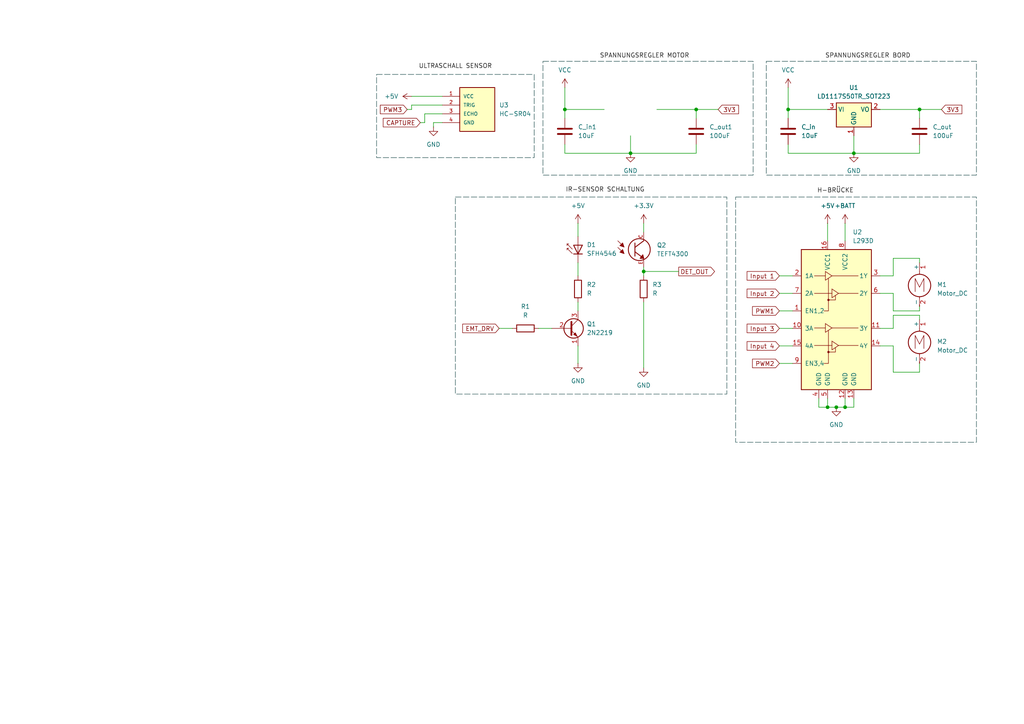
<source format=kicad_sch>
(kicad_sch
	(version 20231120)
	(generator "eeschema")
	(generator_version "8.0")
	(uuid "ece2f8c3-3b35-4718-89e6-4606be75cacc")
	(paper "A4")
	(title_block
		(title "Spannungsregler mit LD1117")
		(date "2024-04-20")
	)
	(lib_symbols
		(symbol "Device:C"
			(pin_numbers hide)
			(pin_names
				(offset 0.254)
			)
			(exclude_from_sim no)
			(in_bom yes)
			(on_board yes)
			(property "Reference" "C"
				(at 0.635 2.54 0)
				(effects
					(font
						(size 1.27 1.27)
					)
					(justify left)
				)
			)
			(property "Value" "C"
				(at 0.635 -2.54 0)
				(effects
					(font
						(size 1.27 1.27)
					)
					(justify left)
				)
			)
			(property "Footprint" ""
				(at 0.9652 -3.81 0)
				(effects
					(font
						(size 1.27 1.27)
					)
					(hide yes)
				)
			)
			(property "Datasheet" "~"
				(at 0 0 0)
				(effects
					(font
						(size 1.27 1.27)
					)
					(hide yes)
				)
			)
			(property "Description" "Unpolarized capacitor"
				(at 0 0 0)
				(effects
					(font
						(size 1.27 1.27)
					)
					(hide yes)
				)
			)
			(property "ki_keywords" "cap capacitor"
				(at 0 0 0)
				(effects
					(font
						(size 1.27 1.27)
					)
					(hide yes)
				)
			)
			(property "ki_fp_filters" "C_*"
				(at 0 0 0)
				(effects
					(font
						(size 1.27 1.27)
					)
					(hide yes)
				)
			)
			(symbol "C_0_1"
				(polyline
					(pts
						(xy -2.032 -0.762) (xy 2.032 -0.762)
					)
					(stroke
						(width 0.508)
						(type default)
					)
					(fill
						(type none)
					)
				)
				(polyline
					(pts
						(xy -2.032 0.762) (xy 2.032 0.762)
					)
					(stroke
						(width 0.508)
						(type default)
					)
					(fill
						(type none)
					)
				)
			)
			(symbol "C_1_1"
				(pin passive line
					(at 0 3.81 270)
					(length 2.794)
					(name "~"
						(effects
							(font
								(size 1.27 1.27)
							)
						)
					)
					(number "1"
						(effects
							(font
								(size 1.27 1.27)
							)
						)
					)
				)
				(pin passive line
					(at 0 -3.81 90)
					(length 2.794)
					(name "~"
						(effects
							(font
								(size 1.27 1.27)
							)
						)
					)
					(number "2"
						(effects
							(font
								(size 1.27 1.27)
							)
						)
					)
				)
			)
		)
		(symbol "Device:R"
			(pin_numbers hide)
			(pin_names
				(offset 0)
			)
			(exclude_from_sim no)
			(in_bom yes)
			(on_board yes)
			(property "Reference" "R"
				(at 2.032 0 90)
				(effects
					(font
						(size 1.27 1.27)
					)
				)
			)
			(property "Value" "R"
				(at 0 0 90)
				(effects
					(font
						(size 1.27 1.27)
					)
				)
			)
			(property "Footprint" ""
				(at -1.778 0 90)
				(effects
					(font
						(size 1.27 1.27)
					)
					(hide yes)
				)
			)
			(property "Datasheet" "~"
				(at 0 0 0)
				(effects
					(font
						(size 1.27 1.27)
					)
					(hide yes)
				)
			)
			(property "Description" "Resistor"
				(at 0 0 0)
				(effects
					(font
						(size 1.27 1.27)
					)
					(hide yes)
				)
			)
			(property "ki_keywords" "R res resistor"
				(at 0 0 0)
				(effects
					(font
						(size 1.27 1.27)
					)
					(hide yes)
				)
			)
			(property "ki_fp_filters" "R_*"
				(at 0 0 0)
				(effects
					(font
						(size 1.27 1.27)
					)
					(hide yes)
				)
			)
			(symbol "R_0_1"
				(rectangle
					(start -1.016 -2.54)
					(end 1.016 2.54)
					(stroke
						(width 0.254)
						(type default)
					)
					(fill
						(type none)
					)
				)
			)
			(symbol "R_1_1"
				(pin passive line
					(at 0 3.81 270)
					(length 1.27)
					(name "~"
						(effects
							(font
								(size 1.27 1.27)
							)
						)
					)
					(number "1"
						(effects
							(font
								(size 1.27 1.27)
							)
						)
					)
				)
				(pin passive line
					(at 0 -3.81 90)
					(length 1.27)
					(name "~"
						(effects
							(font
								(size 1.27 1.27)
							)
						)
					)
					(number "2"
						(effects
							(font
								(size 1.27 1.27)
							)
						)
					)
				)
			)
		)
		(symbol "Driver_Motor:L293D"
			(pin_names
				(offset 1.016)
			)
			(exclude_from_sim no)
			(in_bom yes)
			(on_board yes)
			(property "Reference" "U"
				(at -5.08 26.035 0)
				(effects
					(font
						(size 1.27 1.27)
					)
					(justify right)
				)
			)
			(property "Value" "L293D"
				(at -5.08 24.13 0)
				(effects
					(font
						(size 1.27 1.27)
					)
					(justify right)
				)
			)
			(property "Footprint" "Package_DIP:DIP-16_W7.62mm"
				(at 6.35 -19.05 0)
				(effects
					(font
						(size 1.27 1.27)
					)
					(justify left)
					(hide yes)
				)
			)
			(property "Datasheet" "http://www.ti.com/lit/ds/symlink/l293.pdf"
				(at -7.62 17.78 0)
				(effects
					(font
						(size 1.27 1.27)
					)
					(hide yes)
				)
			)
			(property "Description" "Quadruple Half-H Drivers"
				(at 0 0 0)
				(effects
					(font
						(size 1.27 1.27)
					)
					(hide yes)
				)
			)
			(property "ki_keywords" "Half-H Driver Motor"
				(at 0 0 0)
				(effects
					(font
						(size 1.27 1.27)
					)
					(hide yes)
				)
			)
			(property "ki_fp_filters" "DIP*W7.62mm*"
				(at 0 0 0)
				(effects
					(font
						(size 1.27 1.27)
					)
					(hide yes)
				)
			)
			(symbol "L293D_0_1"
				(rectangle
					(start -10.16 22.86)
					(end 10.16 -17.78)
					(stroke
						(width 0.254)
						(type default)
					)
					(fill
						(type background)
					)
				)
				(circle
					(center -2.286 -6.858)
					(radius 0.254)
					(stroke
						(width 0)
						(type default)
					)
					(fill
						(type outline)
					)
				)
				(circle
					(center -2.286 8.255)
					(radius 0.254)
					(stroke
						(width 0)
						(type default)
					)
					(fill
						(type outline)
					)
				)
				(polyline
					(pts
						(xy -6.35 -4.953) (xy -1.27 -4.953)
					)
					(stroke
						(width 0)
						(type default)
					)
					(fill
						(type none)
					)
				)
				(polyline
					(pts
						(xy -6.35 0.127) (xy -3.175 0.127)
					)
					(stroke
						(width 0)
						(type default)
					)
					(fill
						(type none)
					)
				)
				(polyline
					(pts
						(xy -6.35 10.16) (xy -1.27 10.16)
					)
					(stroke
						(width 0)
						(type default)
					)
					(fill
						(type none)
					)
				)
				(polyline
					(pts
						(xy -6.35 15.24) (xy -3.175 15.24)
					)
					(stroke
						(width 0)
						(type default)
					)
					(fill
						(type none)
					)
				)
				(polyline
					(pts
						(xy -1.27 0.127) (xy 6.35 0.127)
					)
					(stroke
						(width 0)
						(type default)
					)
					(fill
						(type none)
					)
				)
				(polyline
					(pts
						(xy -1.27 15.24) (xy 6.35 15.24)
					)
					(stroke
						(width 0)
						(type default)
					)
					(fill
						(type none)
					)
				)
				(polyline
					(pts
						(xy 0.635 -4.953) (xy 6.35 -4.953)
					)
					(stroke
						(width 0)
						(type default)
					)
					(fill
						(type none)
					)
				)
				(polyline
					(pts
						(xy 0.635 10.16) (xy 6.35 10.16)
					)
					(stroke
						(width 0)
						(type default)
					)
					(fill
						(type none)
					)
				)
				(polyline
					(pts
						(xy -2.286 -6.858) (xy -0.254 -6.858) (xy -0.254 -5.588)
					)
					(stroke
						(width 0)
						(type default)
					)
					(fill
						(type none)
					)
				)
				(polyline
					(pts
						(xy -2.286 -0.635) (xy -2.286 -10.16) (xy -3.556 -10.16)
					)
					(stroke
						(width 0)
						(type default)
					)
					(fill
						(type none)
					)
				)
				(polyline
					(pts
						(xy -2.286 8.255) (xy -0.254 8.255) (xy -0.254 9.525)
					)
					(stroke
						(width 0)
						(type default)
					)
					(fill
						(type none)
					)
				)
				(polyline
					(pts
						(xy -2.286 14.478) (xy -2.286 5.08) (xy -3.556 5.08)
					)
					(stroke
						(width 0)
						(type default)
					)
					(fill
						(type none)
					)
				)
				(polyline
					(pts
						(xy -3.175 1.397) (xy -3.175 -1.143) (xy -1.27 0.127) (xy -3.175 1.397)
					)
					(stroke
						(width 0)
						(type default)
					)
					(fill
						(type none)
					)
				)
				(polyline
					(pts
						(xy -3.175 16.51) (xy -3.175 13.97) (xy -1.27 15.24) (xy -3.175 16.51)
					)
					(stroke
						(width 0)
						(type default)
					)
					(fill
						(type none)
					)
				)
				(polyline
					(pts
						(xy -1.27 -3.683) (xy -1.27 -6.223) (xy 0.635 -4.953) (xy -1.27 -3.683)
					)
					(stroke
						(width 0)
						(type default)
					)
					(fill
						(type none)
					)
				)
				(polyline
					(pts
						(xy -1.27 11.43) (xy -1.27 8.89) (xy 0.635 10.16) (xy -1.27 11.43)
					)
					(stroke
						(width 0)
						(type default)
					)
					(fill
						(type none)
					)
				)
			)
			(symbol "L293D_1_1"
				(pin input line
					(at -12.7 5.08 0)
					(length 2.54)
					(name "EN1,2"
						(effects
							(font
								(size 1.27 1.27)
							)
						)
					)
					(number "1"
						(effects
							(font
								(size 1.27 1.27)
							)
						)
					)
				)
				(pin input line
					(at -12.7 0 0)
					(length 2.54)
					(name "3A"
						(effects
							(font
								(size 1.27 1.27)
							)
						)
					)
					(number "10"
						(effects
							(font
								(size 1.27 1.27)
							)
						)
					)
				)
				(pin output line
					(at 12.7 0 180)
					(length 2.54)
					(name "3Y"
						(effects
							(font
								(size 1.27 1.27)
							)
						)
					)
					(number "11"
						(effects
							(font
								(size 1.27 1.27)
							)
						)
					)
				)
				(pin power_in line
					(at 2.54 -20.32 90)
					(length 2.54)
					(name "GND"
						(effects
							(font
								(size 1.27 1.27)
							)
						)
					)
					(number "12"
						(effects
							(font
								(size 1.27 1.27)
							)
						)
					)
				)
				(pin power_in line
					(at 5.08 -20.32 90)
					(length 2.54)
					(name "GND"
						(effects
							(font
								(size 1.27 1.27)
							)
						)
					)
					(number "13"
						(effects
							(font
								(size 1.27 1.27)
							)
						)
					)
				)
				(pin output line
					(at 12.7 -5.08 180)
					(length 2.54)
					(name "4Y"
						(effects
							(font
								(size 1.27 1.27)
							)
						)
					)
					(number "14"
						(effects
							(font
								(size 1.27 1.27)
							)
						)
					)
				)
				(pin input line
					(at -12.7 -5.08 0)
					(length 2.54)
					(name "4A"
						(effects
							(font
								(size 1.27 1.27)
							)
						)
					)
					(number "15"
						(effects
							(font
								(size 1.27 1.27)
							)
						)
					)
				)
				(pin power_in line
					(at -2.54 25.4 270)
					(length 2.54)
					(name "VCC1"
						(effects
							(font
								(size 1.27 1.27)
							)
						)
					)
					(number "16"
						(effects
							(font
								(size 1.27 1.27)
							)
						)
					)
				)
				(pin input line
					(at -12.7 15.24 0)
					(length 2.54)
					(name "1A"
						(effects
							(font
								(size 1.27 1.27)
							)
						)
					)
					(number "2"
						(effects
							(font
								(size 1.27 1.27)
							)
						)
					)
				)
				(pin output line
					(at 12.7 15.24 180)
					(length 2.54)
					(name "1Y"
						(effects
							(font
								(size 1.27 1.27)
							)
						)
					)
					(number "3"
						(effects
							(font
								(size 1.27 1.27)
							)
						)
					)
				)
				(pin power_in line
					(at -5.08 -20.32 90)
					(length 2.54)
					(name "GND"
						(effects
							(font
								(size 1.27 1.27)
							)
						)
					)
					(number "4"
						(effects
							(font
								(size 1.27 1.27)
							)
						)
					)
				)
				(pin power_in line
					(at -2.54 -20.32 90)
					(length 2.54)
					(name "GND"
						(effects
							(font
								(size 1.27 1.27)
							)
						)
					)
					(number "5"
						(effects
							(font
								(size 1.27 1.27)
							)
						)
					)
				)
				(pin output line
					(at 12.7 10.16 180)
					(length 2.54)
					(name "2Y"
						(effects
							(font
								(size 1.27 1.27)
							)
						)
					)
					(number "6"
						(effects
							(font
								(size 1.27 1.27)
							)
						)
					)
				)
				(pin input line
					(at -12.7 10.16 0)
					(length 2.54)
					(name "2A"
						(effects
							(font
								(size 1.27 1.27)
							)
						)
					)
					(number "7"
						(effects
							(font
								(size 1.27 1.27)
							)
						)
					)
				)
				(pin power_in line
					(at 2.54 25.4 270)
					(length 2.54)
					(name "VCC2"
						(effects
							(font
								(size 1.27 1.27)
							)
						)
					)
					(number "8"
						(effects
							(font
								(size 1.27 1.27)
							)
						)
					)
				)
				(pin input line
					(at -12.7 -10.16 0)
					(length 2.54)
					(name "EN3,4"
						(effects
							(font
								(size 1.27 1.27)
							)
						)
					)
					(number "9"
						(effects
							(font
								(size 1.27 1.27)
							)
						)
					)
				)
			)
		)
		(symbol "HC-SR04:HC-SR04"
			(pin_names
				(offset 1.016)
			)
			(exclude_from_sim no)
			(in_bom yes)
			(on_board yes)
			(property "Reference" "U"
				(at 0 5.0813 0)
				(effects
					(font
						(size 1.27 1.27)
					)
					(justify left bottom)
				)
			)
			(property "Value" "HC-SR04"
				(at 0 -10.163 0)
				(effects
					(font
						(size 1.27 1.27)
					)
					(justify left bottom)
				)
			)
			(property "Footprint" "HC-SR04:XCVR_HC-SR04"
				(at 0 0 0)
				(effects
					(font
						(size 1.27 1.27)
					)
					(justify bottom)
					(hide yes)
				)
			)
			(property "Datasheet" ""
				(at 0 0 0)
				(effects
					(font
						(size 1.27 1.27)
					)
					(hide yes)
				)
			)
			(property "Description" ""
				(at 0 0 0)
				(effects
					(font
						(size 1.27 1.27)
					)
					(hide yes)
				)
			)
			(property "MF" "SparkFun Electronics"
				(at 0 0 0)
				(effects
					(font
						(size 1.27 1.27)
					)
					(justify bottom)
					(hide yes)
				)
			)
			(property "Description_1" "\nHC-SR04 Ultrasonic Sensor Qwiic Platform Evaluation Expansion Board\n"
				(at 0 0 0)
				(effects
					(font
						(size 1.27 1.27)
					)
					(justify bottom)
					(hide yes)
				)
			)
			(property "Package" "None"
				(at 0 0 0)
				(effects
					(font
						(size 1.27 1.27)
					)
					(justify bottom)
					(hide yes)
				)
			)
			(property "Price" "None"
				(at 0 0 0)
				(effects
					(font
						(size 1.27 1.27)
					)
					(justify bottom)
					(hide yes)
				)
			)
			(property "Check_prices" "https://www.snapeda.com/parts/HC-SR04/SparkFun+Electronics/view-part/?ref=eda"
				(at 0 0 0)
				(effects
					(font
						(size 1.27 1.27)
					)
					(justify bottom)
					(hide yes)
				)
			)
			(property "SnapEDA_Link" "https://www.snapeda.com/parts/HC-SR04/SparkFun+Electronics/view-part/?ref=snap"
				(at 0 0 0)
				(effects
					(font
						(size 1.27 1.27)
					)
					(justify bottom)
					(hide yes)
				)
			)
			(property "MP" "HC-SR04"
				(at 0 0 0)
				(effects
					(font
						(size 1.27 1.27)
					)
					(justify bottom)
					(hide yes)
				)
			)
			(property "Availability" "Not in stock"
				(at 0 0 0)
				(effects
					(font
						(size 1.27 1.27)
					)
					(justify bottom)
					(hide yes)
				)
			)
			(property "MANUFACTURER" "Osepp"
				(at 0 0 0)
				(effects
					(font
						(size 1.27 1.27)
					)
					(justify bottom)
					(hide yes)
				)
			)
			(symbol "HC-SR04_0_0"
				(rectangle
					(start 0 -7.62)
					(end 10.16 5.08)
					(stroke
						(width 0.254)
						(type default)
					)
					(fill
						(type background)
					)
				)
				(pin power_in line
					(at -5.08 2.54 0)
					(length 5.08)
					(name "VCC"
						(effects
							(font
								(size 1.016 1.016)
							)
						)
					)
					(number "1"
						(effects
							(font
								(size 1.016 1.016)
							)
						)
					)
				)
				(pin bidirectional line
					(at -5.08 0 0)
					(length 5.08)
					(name "TRIG"
						(effects
							(font
								(size 1.016 1.016)
							)
						)
					)
					(number "2"
						(effects
							(font
								(size 1.016 1.016)
							)
						)
					)
				)
				(pin bidirectional line
					(at -5.08 -2.54 0)
					(length 5.08)
					(name "ECHO"
						(effects
							(font
								(size 1.016 1.016)
							)
						)
					)
					(number "3"
						(effects
							(font
								(size 1.016 1.016)
							)
						)
					)
				)
				(pin power_in line
					(at -5.08 -5.08 0)
					(length 5.08)
					(name "GND"
						(effects
							(font
								(size 1.016 1.016)
							)
						)
					)
					(number "4"
						(effects
							(font
								(size 1.016 1.016)
							)
						)
					)
				)
			)
		)
		(symbol "LED:SFH4546"
			(pin_numbers hide)
			(pin_names
				(offset 1.016) hide)
			(exclude_from_sim no)
			(in_bom yes)
			(on_board yes)
			(property "Reference" "D"
				(at 0.508 1.778 0)
				(effects
					(font
						(size 1.27 1.27)
					)
					(justify left)
				)
			)
			(property "Value" "SFH4546"
				(at -1.016 -2.794 0)
				(effects
					(font
						(size 1.27 1.27)
					)
				)
			)
			(property "Footprint" "LED_THT:LED_D5.0mm_IRGrey"
				(at 0 4.445 0)
				(effects
					(font
						(size 1.27 1.27)
					)
					(hide yes)
				)
			)
			(property "Datasheet" "http://www.osram-os.com/Graphics/XPic1/00101982_0.pdf"
				(at -1.27 0 0)
				(effects
					(font
						(size 1.27 1.27)
					)
					(hide yes)
				)
			)
			(property "Description" "High-Power IR LED 940nm"
				(at 0 0 0)
				(effects
					(font
						(size 1.27 1.27)
					)
					(hide yes)
				)
			)
			(property "ki_keywords" "IR LED"
				(at 0 0 0)
				(effects
					(font
						(size 1.27 1.27)
					)
					(hide yes)
				)
			)
			(property "ki_fp_filters" "LED*5.0mm*IRGrey*"
				(at 0 0 0)
				(effects
					(font
						(size 1.27 1.27)
					)
					(hide yes)
				)
			)
			(symbol "SFH4546_0_1"
				(polyline
					(pts
						(xy -2.54 1.27) (xy -2.54 -1.27)
					)
					(stroke
						(width 0.254)
						(type default)
					)
					(fill
						(type none)
					)
				)
				(polyline
					(pts
						(xy 0 0) (xy -2.54 0)
					)
					(stroke
						(width 0)
						(type default)
					)
					(fill
						(type none)
					)
				)
				(polyline
					(pts
						(xy 0.381 3.175) (xy -0.127 3.175)
					)
					(stroke
						(width 0)
						(type default)
					)
					(fill
						(type none)
					)
				)
				(polyline
					(pts
						(xy -1.143 1.651) (xy 0.381 3.175) (xy 0.381 2.667)
					)
					(stroke
						(width 0)
						(type default)
					)
					(fill
						(type none)
					)
				)
				(polyline
					(pts
						(xy 0 -1.27) (xy -2.54 0) (xy 0 1.27) (xy 0 -1.27)
					)
					(stroke
						(width 0.254)
						(type default)
					)
					(fill
						(type none)
					)
				)
				(polyline
					(pts
						(xy -2.413 1.651) (xy -0.889 3.175) (xy -0.889 2.667) (xy -0.889 3.175) (xy -1.397 3.175)
					)
					(stroke
						(width 0)
						(type default)
					)
					(fill
						(type none)
					)
				)
			)
			(symbol "SFH4546_1_1"
				(pin passive line
					(at -5.08 0 0)
					(length 2.54)
					(name "K"
						(effects
							(font
								(size 1.27 1.27)
							)
						)
					)
					(number "1"
						(effects
							(font
								(size 1.27 1.27)
							)
						)
					)
				)
				(pin passive line
					(at 2.54 0 180)
					(length 2.54)
					(name "A"
						(effects
							(font
								(size 1.27 1.27)
							)
						)
					)
					(number "2"
						(effects
							(font
								(size 1.27 1.27)
							)
						)
					)
				)
			)
		)
		(symbol "Motor:Motor_DC"
			(pin_names
				(offset 0)
			)
			(exclude_from_sim no)
			(in_bom yes)
			(on_board yes)
			(property "Reference" "M"
				(at 2.54 2.54 0)
				(effects
					(font
						(size 1.27 1.27)
					)
					(justify left)
				)
			)
			(property "Value" "Motor_DC"
				(at 2.54 -5.08 0)
				(effects
					(font
						(size 1.27 1.27)
					)
					(justify left top)
				)
			)
			(property "Footprint" ""
				(at 0 -2.286 0)
				(effects
					(font
						(size 1.27 1.27)
					)
					(hide yes)
				)
			)
			(property "Datasheet" "~"
				(at 0 -2.286 0)
				(effects
					(font
						(size 1.27 1.27)
					)
					(hide yes)
				)
			)
			(property "Description" "DC Motor"
				(at 0 0 0)
				(effects
					(font
						(size 1.27 1.27)
					)
					(hide yes)
				)
			)
			(property "ki_keywords" "DC Motor"
				(at 0 0 0)
				(effects
					(font
						(size 1.27 1.27)
					)
					(hide yes)
				)
			)
			(property "ki_fp_filters" "PinHeader*P2.54mm* TerminalBlock*"
				(at 0 0 0)
				(effects
					(font
						(size 1.27 1.27)
					)
					(hide yes)
				)
			)
			(symbol "Motor_DC_0_0"
				(polyline
					(pts
						(xy -1.27 -3.302) (xy -1.27 0.508) (xy 0 -2.032) (xy 1.27 0.508) (xy 1.27 -3.302)
					)
					(stroke
						(width 0)
						(type default)
					)
					(fill
						(type none)
					)
				)
			)
			(symbol "Motor_DC_0_1"
				(circle
					(center 0 -1.524)
					(radius 3.2512)
					(stroke
						(width 0.254)
						(type default)
					)
					(fill
						(type none)
					)
				)
				(polyline
					(pts
						(xy 0 -7.62) (xy 0 -7.112)
					)
					(stroke
						(width 0)
						(type default)
					)
					(fill
						(type none)
					)
				)
				(polyline
					(pts
						(xy 0 -4.7752) (xy 0 -5.1816)
					)
					(stroke
						(width 0)
						(type default)
					)
					(fill
						(type none)
					)
				)
				(polyline
					(pts
						(xy 0 1.7272) (xy 0 2.0828)
					)
					(stroke
						(width 0)
						(type default)
					)
					(fill
						(type none)
					)
				)
				(polyline
					(pts
						(xy 0 2.032) (xy 0 2.54)
					)
					(stroke
						(width 0)
						(type default)
					)
					(fill
						(type none)
					)
				)
			)
			(symbol "Motor_DC_1_1"
				(pin passive line
					(at 0 5.08 270)
					(length 2.54)
					(name "+"
						(effects
							(font
								(size 1.27 1.27)
							)
						)
					)
					(number "1"
						(effects
							(font
								(size 1.27 1.27)
							)
						)
					)
				)
				(pin passive line
					(at 0 -7.62 90)
					(length 2.54)
					(name "-"
						(effects
							(font
								(size 1.27 1.27)
							)
						)
					)
					(number "2"
						(effects
							(font
								(size 1.27 1.27)
							)
						)
					)
				)
			)
		)
		(symbol "Regulator_Linear:LD1117S50TR_SOT223"
			(exclude_from_sim no)
			(in_bom yes)
			(on_board yes)
			(property "Reference" "U"
				(at -3.81 3.175 0)
				(effects
					(font
						(size 1.27 1.27)
					)
				)
			)
			(property "Value" "LD1117S50TR_SOT223"
				(at 0 3.175 0)
				(effects
					(font
						(size 1.27 1.27)
					)
					(justify left)
				)
			)
			(property "Footprint" "Package_TO_SOT_SMD:SOT-223-3_TabPin2"
				(at 0 5.08 0)
				(effects
					(font
						(size 1.27 1.27)
					)
					(hide yes)
				)
			)
			(property "Datasheet" "http://www.st.com/st-web-ui/static/active/en/resource/technical/document/datasheet/CD00000544.pdf"
				(at 2.54 -6.35 0)
				(effects
					(font
						(size 1.27 1.27)
					)
					(hide yes)
				)
			)
			(property "Description" "800mA Fixed Low Drop Positive Voltage Regulator, Fixed Output 5.0V, SOT-223"
				(at 0 0 0)
				(effects
					(font
						(size 1.27 1.27)
					)
					(hide yes)
				)
			)
			(property "ki_keywords" "REGULATOR LDO 5.0V"
				(at 0 0 0)
				(effects
					(font
						(size 1.27 1.27)
					)
					(hide yes)
				)
			)
			(property "ki_fp_filters" "SOT?223*TabPin2*"
				(at 0 0 0)
				(effects
					(font
						(size 1.27 1.27)
					)
					(hide yes)
				)
			)
			(symbol "LD1117S50TR_SOT223_0_1"
				(rectangle
					(start -5.08 -5.08)
					(end 5.08 1.905)
					(stroke
						(width 0.254)
						(type default)
					)
					(fill
						(type background)
					)
				)
			)
			(symbol "LD1117S50TR_SOT223_1_1"
				(pin power_in line
					(at 0 -7.62 90)
					(length 2.54)
					(name "GND"
						(effects
							(font
								(size 1.27 1.27)
							)
						)
					)
					(number "1"
						(effects
							(font
								(size 1.27 1.27)
							)
						)
					)
				)
				(pin power_out line
					(at 7.62 0 180)
					(length 2.54)
					(name "VO"
						(effects
							(font
								(size 1.27 1.27)
							)
						)
					)
					(number "2"
						(effects
							(font
								(size 1.27 1.27)
							)
						)
					)
				)
				(pin power_in line
					(at -7.62 0 0)
					(length 2.54)
					(name "VI"
						(effects
							(font
								(size 1.27 1.27)
							)
						)
					)
					(number "3"
						(effects
							(font
								(size 1.27 1.27)
							)
						)
					)
				)
			)
		)
		(symbol "TEFT4300:TEFT4300"
			(pin_names
				(offset 1.016)
			)
			(exclude_from_sim no)
			(in_bom yes)
			(on_board yes)
			(property "Reference" "Q"
				(at -10.1556 5.0822 0)
				(effects
					(font
						(size 1.27 1.27)
					)
					(justify left bottom)
				)
			)
			(property "Value" "TEFT4300"
				(at -10.1508 -7.62 0)
				(effects
					(font
						(size 1.27 1.27)
					)
					(justify left bottom)
				)
			)
			(property "Footprint" "TEFT4300:XDCR_TEFT4300"
				(at 0 0 0)
				(effects
					(font
						(size 1.27 1.27)
					)
					(justify bottom)
					(hide yes)
				)
			)
			(property "Datasheet" ""
				(at 0 0 0)
				(effects
					(font
						(size 1.27 1.27)
					)
					(hide yes)
				)
			)
			(property "Description" ""
				(at 0 0 0)
				(effects
					(font
						(size 1.27 1.27)
					)
					(hide yes)
				)
			)
			(property "MF" "Vishay Semiconductor"
				(at 0 0 0)
				(effects
					(font
						(size 1.27 1.27)
					)
					(justify bottom)
					(hide yes)
				)
			)
			(property "MAXIMUM_PACKAGE_HEIGHT" "6.10mm"
				(at 0 0 0)
				(effects
					(font
						(size 1.27 1.27)
					)
					(justify bottom)
					(hide yes)
				)
			)
			(property "PACKAGE" "Radial Vishay"
				(at 0 0 0)
				(effects
					(font
						(size 1.27 1.27)
					)
					(justify bottom)
					(hide yes)
				)
			)
			(property "Price" "None"
				(at 0 0 0)
				(effects
					(font
						(size 1.27 1.27)
					)
					(justify bottom)
					(hide yes)
				)
			)
			(property "Package" "Radial Vishay"
				(at 0 0 0)
				(effects
					(font
						(size 1.27 1.27)
					)
					(justify bottom)
					(hide yes)
				)
			)
			(property "Check_prices" "https://www.snapeda.com/parts/TEFT4300/Vishay+Semiconductor+Opto+Division/view-part/?ref=eda"
				(at 0 0 0)
				(effects
					(font
						(size 1.27 1.27)
					)
					(justify bottom)
					(hide yes)
				)
			)
			(property "SnapEDA_Link" "https://www.snapeda.com/parts/TEFT4300/Vishay+Semiconductor+Opto+Division/view-part/?ref=snap"
				(at 0 0 0)
				(effects
					(font
						(size 1.27 1.27)
					)
					(justify bottom)
					(hide yes)
				)
			)
			(property "MP" "TEFT4300"
				(at 0 0 0)
				(effects
					(font
						(size 1.27 1.27)
					)
					(justify bottom)
					(hide yes)
				)
			)
			(property "Availability" "In Stock"
				(at 0 0 0)
				(effects
					(font
						(size 1.27 1.27)
					)
					(justify bottom)
					(hide yes)
				)
			)
			(property "Description_1" "\nPhototransistors 925nm Top View Radial, 3mm Dia (T-1)\n"
				(at 0 0 0)
				(effects
					(font
						(size 1.27 1.27)
					)
					(justify bottom)
					(hide yes)
				)
			)
			(symbol "TEFT4300_0_0"
				(polyline
					(pts
						(xy -4.953 0.635) (xy -3.175 -1.143)
					)
					(stroke
						(width 0.1524)
						(type default)
					)
					(fill
						(type none)
					)
				)
				(polyline
					(pts
						(xy -4.953 2.54) (xy -3.175 0.762)
					)
					(stroke
						(width 0.1524)
						(type default)
					)
					(fill
						(type none)
					)
				)
				(polyline
					(pts
						(xy -4.318 -0.762) (xy -3.556 0)
					)
					(stroke
						(width 0.1524)
						(type default)
					)
					(fill
						(type none)
					)
				)
				(polyline
					(pts
						(xy -4.318 1.143) (xy -3.556 1.905)
					)
					(stroke
						(width 0.1524)
						(type default)
					)
					(fill
						(type none)
					)
				)
				(polyline
					(pts
						(xy -3.556 0) (xy -3.175 -1.143)
					)
					(stroke
						(width 0.1524)
						(type default)
					)
					(fill
						(type none)
					)
				)
				(polyline
					(pts
						(xy -3.556 1.905) (xy -3.175 0.762)
					)
					(stroke
						(width 0.1524)
						(type default)
					)
					(fill
						(type none)
					)
				)
				(polyline
					(pts
						(xy -3.175 -1.143) (xy -4.318 -0.762)
					)
					(stroke
						(width 0.1524)
						(type default)
					)
					(fill
						(type none)
					)
				)
				(polyline
					(pts
						(xy -3.175 0.762) (xy -4.318 1.143)
					)
					(stroke
						(width 0.1524)
						(type default)
					)
					(fill
						(type none)
					)
				)
				(polyline
					(pts
						(xy 0 -0.635) (xy 0 -1.905)
					)
					(stroke
						(width 0.254)
						(type default)
					)
					(fill
						(type none)
					)
				)
				(polyline
					(pts
						(xy 0 -0.635) (xy 2.54 -2.54)
					)
					(stroke
						(width 0.254)
						(type default)
					)
					(fill
						(type none)
					)
				)
				(polyline
					(pts
						(xy 0 0.635) (xy 0 -0.635)
					)
					(stroke
						(width 0.254)
						(type default)
					)
					(fill
						(type none)
					)
				)
				(polyline
					(pts
						(xy 0 0.635) (xy 2.54 2.54)
					)
					(stroke
						(width 0.254)
						(type default)
					)
					(fill
						(type none)
					)
				)
				(polyline
					(pts
						(xy 0 1.905) (xy 0 0.635)
					)
					(stroke
						(width 0.254)
						(type default)
					)
					(fill
						(type none)
					)
				)
				(polyline
					(pts
						(xy 2.286 -2.286) (xy 2.54 -2.54)
					)
					(stroke
						(width 0.1524)
						(type default)
					)
					(fill
						(type none)
					)
				)
				(polyline
					(pts
						(xy -4.318 -0.762) (xy -3.175 -1.143) (xy -3.556 0) (xy -4.318 -0.762)
					)
					(stroke
						(width 0.1524)
						(type default)
					)
					(fill
						(type outline)
					)
				)
				(polyline
					(pts
						(xy -4.318 1.143) (xy -3.175 0.762) (xy -3.556 1.905) (xy -4.318 1.143)
					)
					(stroke
						(width 0.1524)
						(type default)
					)
					(fill
						(type outline)
					)
				)
				(polyline
					(pts
						(xy 2.54 -2.54) (xy 2.286 -1.524) (xy 1.524 -2.54) (xy 2.54 -2.54)
					)
					(stroke
						(width 0.254)
						(type default)
					)
					(fill
						(type outline)
					)
				)
				(circle
					(center 1.27 0)
					(radius 3.175)
					(stroke
						(width 0.254)
						(type default)
					)
					(fill
						(type none)
					)
				)
				(pin passive line
					(at 2.54 5.08 270)
					(length 2.54)
					(name "~"
						(effects
							(font
								(size 1.016 1.016)
							)
						)
					)
					(number "C"
						(effects
							(font
								(size 1.016 1.016)
							)
						)
					)
				)
				(pin passive line
					(at 2.54 -5.08 90)
					(length 2.54)
					(name "~"
						(effects
							(font
								(size 1.016 1.016)
							)
						)
					)
					(number "E"
						(effects
							(font
								(size 1.016 1.016)
							)
						)
					)
				)
			)
		)
		(symbol "Transistor_BJT:2N2219"
			(pin_names
				(offset 0) hide)
			(exclude_from_sim no)
			(in_bom yes)
			(on_board yes)
			(property "Reference" "Q"
				(at 5.08 1.905 0)
				(effects
					(font
						(size 1.27 1.27)
					)
					(justify left)
				)
			)
			(property "Value" "2N2219"
				(at 5.08 0 0)
				(effects
					(font
						(size 1.27 1.27)
					)
					(justify left)
				)
			)
			(property "Footprint" "Package_TO_SOT_THT:TO-39-3"
				(at 5.08 -1.905 0)
				(effects
					(font
						(size 1.27 1.27)
						(italic yes)
					)
					(justify left)
					(hide yes)
				)
			)
			(property "Datasheet" "http://www.onsemi.com/pub_link/Collateral/2N2219-D.PDF"
				(at 0 0 0)
				(effects
					(font
						(size 1.27 1.27)
					)
					(justify left)
					(hide yes)
				)
			)
			(property "Description" "800mA Ic, 50V Vce, NPN Transistor, TO-39"
				(at 0 0 0)
				(effects
					(font
						(size 1.27 1.27)
					)
					(hide yes)
				)
			)
			(property "ki_keywords" "NPN Transistor"
				(at 0 0 0)
				(effects
					(font
						(size 1.27 1.27)
					)
					(hide yes)
				)
			)
			(property "ki_fp_filters" "TO?39*"
				(at 0 0 0)
				(effects
					(font
						(size 1.27 1.27)
					)
					(hide yes)
				)
			)
			(symbol "2N2219_0_1"
				(polyline
					(pts
						(xy 0.635 0.635) (xy 2.54 2.54)
					)
					(stroke
						(width 0)
						(type default)
					)
					(fill
						(type none)
					)
				)
				(polyline
					(pts
						(xy 0.635 -0.635) (xy 2.54 -2.54) (xy 2.54 -2.54)
					)
					(stroke
						(width 0)
						(type default)
					)
					(fill
						(type none)
					)
				)
				(polyline
					(pts
						(xy 0.635 1.905) (xy 0.635 -1.905) (xy 0.635 -1.905)
					)
					(stroke
						(width 0.508)
						(type default)
					)
					(fill
						(type none)
					)
				)
				(polyline
					(pts
						(xy 1.27 -1.778) (xy 1.778 -1.27) (xy 2.286 -2.286) (xy 1.27 -1.778) (xy 1.27 -1.778)
					)
					(stroke
						(width 0)
						(type default)
					)
					(fill
						(type outline)
					)
				)
				(circle
					(center 1.27 0)
					(radius 2.8194)
					(stroke
						(width 0.254)
						(type default)
					)
					(fill
						(type none)
					)
				)
			)
			(symbol "2N2219_1_1"
				(pin passive line
					(at 2.54 -5.08 90)
					(length 2.54)
					(name "E"
						(effects
							(font
								(size 1.27 1.27)
							)
						)
					)
					(number "1"
						(effects
							(font
								(size 1.27 1.27)
							)
						)
					)
				)
				(pin passive line
					(at -5.08 0 0)
					(length 5.715)
					(name "B"
						(effects
							(font
								(size 1.27 1.27)
							)
						)
					)
					(number "2"
						(effects
							(font
								(size 1.27 1.27)
							)
						)
					)
				)
				(pin passive line
					(at 2.54 5.08 270)
					(length 2.54)
					(name "C"
						(effects
							(font
								(size 1.27 1.27)
							)
						)
					)
					(number "3"
						(effects
							(font
								(size 1.27 1.27)
							)
						)
					)
				)
			)
		)
		(symbol "power:+3.3V"
			(power)
			(pin_numbers hide)
			(pin_names
				(offset 0) hide)
			(exclude_from_sim no)
			(in_bom yes)
			(on_board yes)
			(property "Reference" "#PWR"
				(at 0 -3.81 0)
				(effects
					(font
						(size 1.27 1.27)
					)
					(hide yes)
				)
			)
			(property "Value" "+3.3V"
				(at 0 3.556 0)
				(effects
					(font
						(size 1.27 1.27)
					)
				)
			)
			(property "Footprint" ""
				(at 0 0 0)
				(effects
					(font
						(size 1.27 1.27)
					)
					(hide yes)
				)
			)
			(property "Datasheet" ""
				(at 0 0 0)
				(effects
					(font
						(size 1.27 1.27)
					)
					(hide yes)
				)
			)
			(property "Description" "Power symbol creates a global label with name \"+3.3V\""
				(at 0 0 0)
				(effects
					(font
						(size 1.27 1.27)
					)
					(hide yes)
				)
			)
			(property "ki_keywords" "global power"
				(at 0 0 0)
				(effects
					(font
						(size 1.27 1.27)
					)
					(hide yes)
				)
			)
			(symbol "+3.3V_0_1"
				(polyline
					(pts
						(xy -0.762 1.27) (xy 0 2.54)
					)
					(stroke
						(width 0)
						(type default)
					)
					(fill
						(type none)
					)
				)
				(polyline
					(pts
						(xy 0 0) (xy 0 2.54)
					)
					(stroke
						(width 0)
						(type default)
					)
					(fill
						(type none)
					)
				)
				(polyline
					(pts
						(xy 0 2.54) (xy 0.762 1.27)
					)
					(stroke
						(width 0)
						(type default)
					)
					(fill
						(type none)
					)
				)
			)
			(symbol "+3.3V_1_1"
				(pin power_in line
					(at 0 0 90)
					(length 0)
					(name "~"
						(effects
							(font
								(size 1.27 1.27)
							)
						)
					)
					(number "1"
						(effects
							(font
								(size 1.27 1.27)
							)
						)
					)
				)
			)
		)
		(symbol "power:+5V"
			(power)
			(pin_numbers hide)
			(pin_names
				(offset 0) hide)
			(exclude_from_sim no)
			(in_bom yes)
			(on_board yes)
			(property "Reference" "#PWR"
				(at 0 -3.81 0)
				(effects
					(font
						(size 1.27 1.27)
					)
					(hide yes)
				)
			)
			(property "Value" "+5V"
				(at 0 3.556 0)
				(effects
					(font
						(size 1.27 1.27)
					)
				)
			)
			(property "Footprint" ""
				(at 0 0 0)
				(effects
					(font
						(size 1.27 1.27)
					)
					(hide yes)
				)
			)
			(property "Datasheet" ""
				(at 0 0 0)
				(effects
					(font
						(size 1.27 1.27)
					)
					(hide yes)
				)
			)
			(property "Description" "Power symbol creates a global label with name \"+5V\""
				(at 0 0 0)
				(effects
					(font
						(size 1.27 1.27)
					)
					(hide yes)
				)
			)
			(property "ki_keywords" "global power"
				(at 0 0 0)
				(effects
					(font
						(size 1.27 1.27)
					)
					(hide yes)
				)
			)
			(symbol "+5V_0_1"
				(polyline
					(pts
						(xy -0.762 1.27) (xy 0 2.54)
					)
					(stroke
						(width 0)
						(type default)
					)
					(fill
						(type none)
					)
				)
				(polyline
					(pts
						(xy 0 0) (xy 0 2.54)
					)
					(stroke
						(width 0)
						(type default)
					)
					(fill
						(type none)
					)
				)
				(polyline
					(pts
						(xy 0 2.54) (xy 0.762 1.27)
					)
					(stroke
						(width 0)
						(type default)
					)
					(fill
						(type none)
					)
				)
			)
			(symbol "+5V_1_1"
				(pin power_in line
					(at 0 0 90)
					(length 0)
					(name "~"
						(effects
							(font
								(size 1.27 1.27)
							)
						)
					)
					(number "1"
						(effects
							(font
								(size 1.27 1.27)
							)
						)
					)
				)
			)
		)
		(symbol "power:+BATT"
			(power)
			(pin_numbers hide)
			(pin_names
				(offset 0) hide)
			(exclude_from_sim no)
			(in_bom yes)
			(on_board yes)
			(property "Reference" "#PWR"
				(at 0 -3.81 0)
				(effects
					(font
						(size 1.27 1.27)
					)
					(hide yes)
				)
			)
			(property "Value" "+BATT"
				(at 0 3.556 0)
				(effects
					(font
						(size 1.27 1.27)
					)
				)
			)
			(property "Footprint" ""
				(at 0 0 0)
				(effects
					(font
						(size 1.27 1.27)
					)
					(hide yes)
				)
			)
			(property "Datasheet" ""
				(at 0 0 0)
				(effects
					(font
						(size 1.27 1.27)
					)
					(hide yes)
				)
			)
			(property "Description" "Power symbol creates a global label with name \"+BATT\""
				(at 0 0 0)
				(effects
					(font
						(size 1.27 1.27)
					)
					(hide yes)
				)
			)
			(property "ki_keywords" "global power battery"
				(at 0 0 0)
				(effects
					(font
						(size 1.27 1.27)
					)
					(hide yes)
				)
			)
			(symbol "+BATT_0_1"
				(polyline
					(pts
						(xy -0.762 1.27) (xy 0 2.54)
					)
					(stroke
						(width 0)
						(type default)
					)
					(fill
						(type none)
					)
				)
				(polyline
					(pts
						(xy 0 0) (xy 0 2.54)
					)
					(stroke
						(width 0)
						(type default)
					)
					(fill
						(type none)
					)
				)
				(polyline
					(pts
						(xy 0 2.54) (xy 0.762 1.27)
					)
					(stroke
						(width 0)
						(type default)
					)
					(fill
						(type none)
					)
				)
			)
			(symbol "+BATT_1_1"
				(pin power_in line
					(at 0 0 90)
					(length 0)
					(name "~"
						(effects
							(font
								(size 1.27 1.27)
							)
						)
					)
					(number "1"
						(effects
							(font
								(size 1.27 1.27)
							)
						)
					)
				)
			)
		)
		(symbol "power:GND"
			(power)
			(pin_numbers hide)
			(pin_names
				(offset 0) hide)
			(exclude_from_sim no)
			(in_bom yes)
			(on_board yes)
			(property "Reference" "#PWR"
				(at 0 -6.35 0)
				(effects
					(font
						(size 1.27 1.27)
					)
					(hide yes)
				)
			)
			(property "Value" "GND"
				(at 0 -3.81 0)
				(effects
					(font
						(size 1.27 1.27)
					)
				)
			)
			(property "Footprint" ""
				(at 0 0 0)
				(effects
					(font
						(size 1.27 1.27)
					)
					(hide yes)
				)
			)
			(property "Datasheet" ""
				(at 0 0 0)
				(effects
					(font
						(size 1.27 1.27)
					)
					(hide yes)
				)
			)
			(property "Description" "Power symbol creates a global label with name \"GND\" , ground"
				(at 0 0 0)
				(effects
					(font
						(size 1.27 1.27)
					)
					(hide yes)
				)
			)
			(property "ki_keywords" "global power"
				(at 0 0 0)
				(effects
					(font
						(size 1.27 1.27)
					)
					(hide yes)
				)
			)
			(symbol "GND_0_1"
				(polyline
					(pts
						(xy 0 0) (xy 0 -1.27) (xy 1.27 -1.27) (xy 0 -2.54) (xy -1.27 -1.27) (xy 0 -1.27)
					)
					(stroke
						(width 0)
						(type default)
					)
					(fill
						(type none)
					)
				)
			)
			(symbol "GND_1_1"
				(pin power_in line
					(at 0 0 270)
					(length 0)
					(name "~"
						(effects
							(font
								(size 1.27 1.27)
							)
						)
					)
					(number "1"
						(effects
							(font
								(size 1.27 1.27)
							)
						)
					)
				)
			)
		)
		(symbol "power:VCC"
			(power)
			(pin_numbers hide)
			(pin_names
				(offset 0) hide)
			(exclude_from_sim no)
			(in_bom yes)
			(on_board yes)
			(property "Reference" "#PWR"
				(at 0 -3.81 0)
				(effects
					(font
						(size 1.27 1.27)
					)
					(hide yes)
				)
			)
			(property "Value" "VCC"
				(at 0 3.556 0)
				(effects
					(font
						(size 1.27 1.27)
					)
				)
			)
			(property "Footprint" ""
				(at 0 0 0)
				(effects
					(font
						(size 1.27 1.27)
					)
					(hide yes)
				)
			)
			(property "Datasheet" ""
				(at 0 0 0)
				(effects
					(font
						(size 1.27 1.27)
					)
					(hide yes)
				)
			)
			(property "Description" "Power symbol creates a global label with name \"VCC\""
				(at 0 0 0)
				(effects
					(font
						(size 1.27 1.27)
					)
					(hide yes)
				)
			)
			(property "ki_keywords" "global power"
				(at 0 0 0)
				(effects
					(font
						(size 1.27 1.27)
					)
					(hide yes)
				)
			)
			(symbol "VCC_0_1"
				(polyline
					(pts
						(xy -0.762 1.27) (xy 0 2.54)
					)
					(stroke
						(width 0)
						(type default)
					)
					(fill
						(type none)
					)
				)
				(polyline
					(pts
						(xy 0 0) (xy 0 2.54)
					)
					(stroke
						(width 0)
						(type default)
					)
					(fill
						(type none)
					)
				)
				(polyline
					(pts
						(xy 0 2.54) (xy 0.762 1.27)
					)
					(stroke
						(width 0)
						(type default)
					)
					(fill
						(type none)
					)
				)
			)
			(symbol "VCC_1_1"
				(pin power_in line
					(at 0 0 90)
					(length 0)
					(name "~"
						(effects
							(font
								(size 1.27 1.27)
							)
						)
					)
					(number "1"
						(effects
							(font
								(size 1.27 1.27)
							)
						)
					)
				)
			)
		)
	)
	(junction
		(at 247.65 44.45)
		(diameter 0)
		(color 0 0 0 0)
		(uuid "17cc38b9-d82b-4322-9668-369a9d8ae352")
	)
	(junction
		(at 182.88 44.45)
		(diameter 0)
		(color 0 0 0 0)
		(uuid "2907412f-fe99-4369-a8ec-c53a6e95826e")
	)
	(junction
		(at 240.03 118.11)
		(diameter 0)
		(color 0 0 0 0)
		(uuid "35a30b19-5e0b-48b4-911d-47da53c5af53")
	)
	(junction
		(at 266.7 31.75)
		(diameter 0)
		(color 0 0 0 0)
		(uuid "4f3b635d-aa6b-462c-babd-06b0d4b6e9b4")
	)
	(junction
		(at 201.93 31.75)
		(diameter 0)
		(color 0 0 0 0)
		(uuid "63a2afa9-a1db-4d0c-afc1-c69aef1712a6")
	)
	(junction
		(at 228.6 31.75)
		(diameter 0)
		(color 0 0 0 0)
		(uuid "6d7f894e-4a84-4c6e-9e0e-5711c52af33d")
	)
	(junction
		(at 242.57 118.11)
		(diameter 0)
		(color 0 0 0 0)
		(uuid "73a5a9e2-9147-47ce-9837-08187056153a")
	)
	(junction
		(at 163.83 31.75)
		(diameter 0)
		(color 0 0 0 0)
		(uuid "b2db15b3-f212-4faf-9028-0ac96e224168")
	)
	(junction
		(at 245.11 118.11)
		(diameter 0)
		(color 0 0 0 0)
		(uuid "cab3d208-883b-4fb4-89d4-0ee054350894")
	)
	(junction
		(at 186.69 78.74)
		(diameter 0)
		(color 0 0 0 0)
		(uuid "d88545f2-2c61-4a09-b82f-369853664ee2")
	)
	(wire
		(pts
			(xy 226.06 95.25) (xy 229.87 95.25)
		)
		(stroke
			(width 0)
			(type default)
		)
		(uuid "021e3292-3cdd-4310-bc4d-3765eb967fc5")
	)
	(wire
		(pts
			(xy 186.69 87.63) (xy 186.69 106.68)
		)
		(stroke
			(width 0)
			(type default)
		)
		(uuid "02abeb1b-61b0-4179-87eb-76ed5f7606b4")
	)
	(wire
		(pts
			(xy 245.11 118.11) (xy 242.57 118.11)
		)
		(stroke
			(width 0)
			(type default)
		)
		(uuid "046f824b-229f-4545-ab4b-8032a532c240")
	)
	(wire
		(pts
			(xy 245.11 64.77) (xy 245.11 69.85)
		)
		(stroke
			(width 0)
			(type default)
		)
		(uuid "0cb823ed-cf33-4d7e-a2ad-d147c31e6fc7")
	)
	(wire
		(pts
			(xy 237.49 115.57) (xy 237.49 118.11)
		)
		(stroke
			(width 0)
			(type default)
		)
		(uuid "0f55c5cc-3ccc-405c-83f8-90a2f24f9886")
	)
	(wire
		(pts
			(xy 266.7 74.93) (xy 266.7 76.2)
		)
		(stroke
			(width 0)
			(type default)
		)
		(uuid "11a2b8df-90a8-491c-8ba5-d3e504aec258")
	)
	(wire
		(pts
			(xy 190.5 31.75) (xy 201.93 31.75)
		)
		(stroke
			(width 0)
			(type default)
		)
		(uuid "15329dc6-2ce4-4fa2-944b-5a6856e25f58")
	)
	(wire
		(pts
			(xy 186.69 78.74) (xy 186.69 80.01)
		)
		(stroke
			(width 0)
			(type default)
		)
		(uuid "1561fa64-4711-41da-a7fa-589a621c1244")
	)
	(wire
		(pts
			(xy 163.83 31.75) (xy 175.26 31.75)
		)
		(stroke
			(width 0)
			(type default)
		)
		(uuid "18bef3bf-9c02-4e5a-bd59-0350b0abe7a8")
	)
	(wire
		(pts
			(xy 255.27 95.25) (xy 259.08 95.25)
		)
		(stroke
			(width 0)
			(type default)
		)
		(uuid "1eb8698a-127a-4d89-befd-f16dbdbcf2d6")
	)
	(wire
		(pts
			(xy 228.6 31.75) (xy 240.03 31.75)
		)
		(stroke
			(width 0)
			(type default)
		)
		(uuid "1fb36b24-26fc-4fa5-ac53-ead2478b99ba")
	)
	(wire
		(pts
			(xy 266.7 90.17) (xy 259.08 90.17)
		)
		(stroke
			(width 0)
			(type default)
		)
		(uuid "205b88cb-5d7a-46f3-8664-4adff45e2a6b")
	)
	(wire
		(pts
			(xy 266.7 41.91) (xy 266.7 44.45)
		)
		(stroke
			(width 0)
			(type default)
		)
		(uuid "221d6ab3-e633-41ca-9078-d4f76072d4c8")
	)
	(wire
		(pts
			(xy 247.65 118.11) (xy 245.11 118.11)
		)
		(stroke
			(width 0)
			(type default)
		)
		(uuid "22295c4a-0ed7-4e49-97dd-2de171207398")
	)
	(wire
		(pts
			(xy 240.03 118.11) (xy 242.57 118.11)
		)
		(stroke
			(width 0)
			(type default)
		)
		(uuid "22e91b08-d88e-42b9-bb11-c7ea6b7cac27")
	)
	(wire
		(pts
			(xy 119.38 30.48) (xy 128.27 30.48)
		)
		(stroke
			(width 0)
			(type default)
		)
		(uuid "2354da4e-f5bd-46bf-917a-247f0e15b79e")
	)
	(wire
		(pts
			(xy 125.73 35.56) (xy 128.27 35.56)
		)
		(stroke
			(width 0)
			(type default)
		)
		(uuid "24aeab88-a8c2-4856-b00b-46a68d59642c")
	)
	(wire
		(pts
			(xy 228.6 34.29) (xy 228.6 31.75)
		)
		(stroke
			(width 0)
			(type default)
		)
		(uuid "267379f7-0c6e-4245-8fa3-94267a91bb8f")
	)
	(wire
		(pts
			(xy 226.06 85.09) (xy 229.87 85.09)
		)
		(stroke
			(width 0)
			(type default)
		)
		(uuid "2855fe80-11d6-4e70-9563-43c7dd39de06")
	)
	(wire
		(pts
			(xy 226.06 100.33) (xy 229.87 100.33)
		)
		(stroke
			(width 0)
			(type default)
		)
		(uuid "2b8dc6cb-ac55-4f7a-97fa-5922b507f75f")
	)
	(wire
		(pts
			(xy 255.27 100.33) (xy 259.08 100.33)
		)
		(stroke
			(width 0)
			(type default)
		)
		(uuid "2e5a0234-87bb-40b9-ba1c-bfaed405a607")
	)
	(wire
		(pts
			(xy 125.73 36.83) (xy 125.73 35.56)
		)
		(stroke
			(width 0)
			(type default)
		)
		(uuid "319a5a52-adb6-4493-9c2d-2b0f25f57d74")
	)
	(wire
		(pts
			(xy 182.88 44.45) (xy 201.93 44.45)
		)
		(stroke
			(width 0)
			(type default)
		)
		(uuid "34b31c5c-cf98-49e7-8ec3-d26465d66918")
	)
	(wire
		(pts
			(xy 247.65 39.37) (xy 247.65 44.45)
		)
		(stroke
			(width 0)
			(type default)
		)
		(uuid "3acbf3c9-79ad-4410-a8ce-4d1ca2f55b48")
	)
	(wire
		(pts
			(xy 186.69 78.74) (xy 196.85 78.74)
		)
		(stroke
			(width 0)
			(type default)
		)
		(uuid "3bfa9a6e-34f5-45a1-954c-64ec0ec6bbf0")
	)
	(wire
		(pts
			(xy 259.08 90.17) (xy 259.08 85.09)
		)
		(stroke
			(width 0)
			(type default)
		)
		(uuid "442e9e14-481d-4d16-bb54-3518f9d26c17")
	)
	(wire
		(pts
			(xy 247.65 44.45) (xy 266.7 44.45)
		)
		(stroke
			(width 0)
			(type default)
		)
		(uuid "45498312-c1fa-44be-b4b1-a062a0808f0a")
	)
	(wire
		(pts
			(xy 167.64 100.33) (xy 167.64 105.41)
		)
		(stroke
			(width 0)
			(type default)
		)
		(uuid "4bcd1e87-e8fb-42a5-98ba-c5abd1490657")
	)
	(wire
		(pts
			(xy 144.78 95.25) (xy 148.59 95.25)
		)
		(stroke
			(width 0)
			(type default)
		)
		(uuid "4c15ec30-6c08-41e8-bcb5-b58b04ab1613")
	)
	(wire
		(pts
			(xy 237.49 118.11) (xy 240.03 118.11)
		)
		(stroke
			(width 0)
			(type default)
		)
		(uuid "4c4afa10-705c-4d8b-bc47-ba486ccc9fd3")
	)
	(wire
		(pts
			(xy 259.08 95.25) (xy 259.08 91.44)
		)
		(stroke
			(width 0)
			(type default)
		)
		(uuid "4dc806a9-6d36-40f3-a49f-7dc9b6b173bc")
	)
	(wire
		(pts
			(xy 163.83 44.45) (xy 182.88 44.45)
		)
		(stroke
			(width 0)
			(type default)
		)
		(uuid "4ddfb045-90b8-4df6-896b-3ed5c63d5dfc")
	)
	(wire
		(pts
			(xy 247.65 115.57) (xy 247.65 118.11)
		)
		(stroke
			(width 0)
			(type default)
		)
		(uuid "5428c8f8-e13c-4aee-b1a4-ff70703e8ade")
	)
	(wire
		(pts
			(xy 228.6 25.4) (xy 228.6 31.75)
		)
		(stroke
			(width 0)
			(type default)
		)
		(uuid "54c6635b-9c98-4a57-8ae1-09e43f2a15fd")
	)
	(wire
		(pts
			(xy 167.64 64.77) (xy 167.64 68.58)
		)
		(stroke
			(width 0)
			(type default)
		)
		(uuid "56cee93c-efc5-4f47-8e7d-c75e2d8da57d")
	)
	(wire
		(pts
			(xy 121.92 35.56) (xy 123.19 35.56)
		)
		(stroke
			(width 0)
			(type default)
		)
		(uuid "57f99669-04d9-402c-9050-6fae305a962c")
	)
	(wire
		(pts
			(xy 226.06 105.41) (xy 229.87 105.41)
		)
		(stroke
			(width 0)
			(type default)
		)
		(uuid "58439a1f-02af-4f4b-84d2-a5ab384f992c")
	)
	(wire
		(pts
			(xy 226.06 80.01) (xy 229.87 80.01)
		)
		(stroke
			(width 0)
			(type default)
		)
		(uuid "5b83e404-06d6-4f3d-9d25-02f851d6c94f")
	)
	(wire
		(pts
			(xy 259.08 80.01) (xy 259.08 74.93)
		)
		(stroke
			(width 0)
			(type default)
		)
		(uuid "6d6c15ef-0f33-4fbd-b8c0-aab6c02be2fc")
	)
	(wire
		(pts
			(xy 266.7 105.41) (xy 266.7 107.95)
		)
		(stroke
			(width 0)
			(type default)
		)
		(uuid "6fddee8e-9007-4afa-9128-e9e0f2126f8a")
	)
	(wire
		(pts
			(xy 201.93 41.91) (xy 201.93 44.45)
		)
		(stroke
			(width 0)
			(type default)
		)
		(uuid "7000b0d9-95d2-46f3-b51a-05c200851c6f")
	)
	(wire
		(pts
			(xy 266.7 91.44) (xy 266.7 92.71)
		)
		(stroke
			(width 0)
			(type default)
		)
		(uuid "70f8ced2-cc08-4230-96a5-8392898d9232")
	)
	(wire
		(pts
			(xy 163.83 41.91) (xy 163.83 44.45)
		)
		(stroke
			(width 0)
			(type default)
		)
		(uuid "760fb04c-6655-469a-a9c6-4f2ee3e3e9a7")
	)
	(wire
		(pts
			(xy 201.93 31.75) (xy 208.28 31.75)
		)
		(stroke
			(width 0)
			(type default)
		)
		(uuid "778c282a-98cd-407d-b09e-3e6d9bfa8c31")
	)
	(wire
		(pts
			(xy 123.19 33.02) (xy 128.27 33.02)
		)
		(stroke
			(width 0)
			(type default)
		)
		(uuid "79d54165-39a2-46a1-8ec1-65620a20ee6a")
	)
	(wire
		(pts
			(xy 255.27 80.01) (xy 259.08 80.01)
		)
		(stroke
			(width 0)
			(type default)
		)
		(uuid "8039ecdc-2ead-4f96-980c-da24939ef436")
	)
	(wire
		(pts
			(xy 119.38 27.94) (xy 128.27 27.94)
		)
		(stroke
			(width 0)
			(type default)
		)
		(uuid "880372b9-5967-4cab-ba41-40a4aa15c3df")
	)
	(wire
		(pts
			(xy 266.7 31.75) (xy 273.05 31.75)
		)
		(stroke
			(width 0)
			(type default)
		)
		(uuid "89ea9efd-15a8-4837-b5a1-294cb3a52d98")
	)
	(wire
		(pts
			(xy 266.7 107.95) (xy 259.08 107.95)
		)
		(stroke
			(width 0)
			(type default)
		)
		(uuid "8c0f98f8-0198-4ca0-9624-1caf7845f916")
	)
	(wire
		(pts
			(xy 156.21 95.25) (xy 160.02 95.25)
		)
		(stroke
			(width 0)
			(type default)
		)
		(uuid "8cfaa94d-47d7-44ec-9f82-23f501178c56")
	)
	(wire
		(pts
			(xy 167.64 76.2) (xy 167.64 80.01)
		)
		(stroke
			(width 0)
			(type default)
		)
		(uuid "8f299df9-8aef-4adf-9890-2bc13c3aeb80")
	)
	(wire
		(pts
			(xy 240.03 64.77) (xy 240.03 69.85)
		)
		(stroke
			(width 0)
			(type default)
		)
		(uuid "928f0274-87ba-4a68-8932-c6f4b217caf0")
	)
	(wire
		(pts
			(xy 259.08 107.95) (xy 259.08 100.33)
		)
		(stroke
			(width 0)
			(type default)
		)
		(uuid "956f1a53-9fa1-4a76-a53c-a5caec8c55a9")
	)
	(wire
		(pts
			(xy 259.08 91.44) (xy 266.7 91.44)
		)
		(stroke
			(width 0)
			(type default)
		)
		(uuid "9a55986a-e7cb-4dc7-a6eb-e6fe4a6483c4")
	)
	(wire
		(pts
			(xy 266.7 31.75) (xy 266.7 34.29)
		)
		(stroke
			(width 0)
			(type default)
		)
		(uuid "aac41619-dab5-410d-869a-013c145c74c8")
	)
	(wire
		(pts
			(xy 226.06 90.17) (xy 229.87 90.17)
		)
		(stroke
			(width 0)
			(type default)
		)
		(uuid "af00c7c5-eeba-4f9a-96c0-b42db304ac68")
	)
	(wire
		(pts
			(xy 255.27 31.75) (xy 266.7 31.75)
		)
		(stroke
			(width 0)
			(type default)
		)
		(uuid "b0932c6e-b3a8-425a-b6e2-9b919b3cc63f")
	)
	(wire
		(pts
			(xy 228.6 44.45) (xy 247.65 44.45)
		)
		(stroke
			(width 0)
			(type default)
		)
		(uuid "b3cc3043-30f5-419a-a85f-4c495c5983b8")
	)
	(wire
		(pts
			(xy 186.69 77.47) (xy 186.69 78.74)
		)
		(stroke
			(width 0)
			(type default)
		)
		(uuid "b779eff1-10d7-4b8f-9ca3-e3940f6efc9b")
	)
	(wire
		(pts
			(xy 119.38 31.75) (xy 119.38 30.48)
		)
		(stroke
			(width 0)
			(type default)
		)
		(uuid "ba268e3a-c91f-4aec-8aac-c2c4d2f12df2")
	)
	(wire
		(pts
			(xy 123.19 35.56) (xy 123.19 33.02)
		)
		(stroke
			(width 0)
			(type default)
		)
		(uuid "ba3b94d5-6768-4453-80f9-a650d1ebf4eb")
	)
	(wire
		(pts
			(xy 167.64 87.63) (xy 167.64 90.17)
		)
		(stroke
			(width 0)
			(type default)
		)
		(uuid "bfd63e41-f0c1-4c11-99a9-5238a8e4a2c7")
	)
	(wire
		(pts
			(xy 259.08 74.93) (xy 266.7 74.93)
		)
		(stroke
			(width 0)
			(type default)
		)
		(uuid "c0347ed3-c917-497b-b4d6-30e79ea51a1f")
	)
	(wire
		(pts
			(xy 118.11 31.75) (xy 119.38 31.75)
		)
		(stroke
			(width 0)
			(type default)
		)
		(uuid "c7d3db08-6163-4139-a050-5ef1c9a97ab3")
	)
	(wire
		(pts
			(xy 245.11 115.57) (xy 245.11 118.11)
		)
		(stroke
			(width 0)
			(type default)
		)
		(uuid "cd17f17a-a3e9-459c-b0d2-75bb9573bcfc")
	)
	(wire
		(pts
			(xy 201.93 31.75) (xy 201.93 34.29)
		)
		(stroke
			(width 0)
			(type default)
		)
		(uuid "d4dc4444-4f25-47a6-8a11-94cc08fd4a9f")
	)
	(wire
		(pts
			(xy 186.69 64.77) (xy 186.69 67.31)
		)
		(stroke
			(width 0)
			(type default)
		)
		(uuid "d52e7464-56d1-4674-8db1-51b31428c911")
	)
	(wire
		(pts
			(xy 228.6 41.91) (xy 228.6 44.45)
		)
		(stroke
			(width 0)
			(type default)
		)
		(uuid "eab7e780-fa6c-49b0-8c86-9ab4e3fcb771")
	)
	(wire
		(pts
			(xy 266.7 88.9) (xy 266.7 90.17)
		)
		(stroke
			(width 0)
			(type default)
		)
		(uuid "ec7b0333-fe6e-4d93-9757-55ad6a1b1b6c")
	)
	(wire
		(pts
			(xy 163.83 34.29) (xy 163.83 31.75)
		)
		(stroke
			(width 0)
			(type default)
		)
		(uuid "f31261d2-c790-48c7-91b8-5a8a56dcaba8")
	)
	(wire
		(pts
			(xy 182.88 39.37) (xy 182.88 44.45)
		)
		(stroke
			(width 0)
			(type default)
		)
		(uuid "f8aff13b-ff10-4069-abc5-e145352ca61c")
	)
	(wire
		(pts
			(xy 163.83 25.4) (xy 163.83 31.75)
		)
		(stroke
			(width 0)
			(type default)
		)
		(uuid "fa1ace07-a5ff-4b95-afbc-ec96f2a755ac")
	)
	(wire
		(pts
			(xy 240.03 115.57) (xy 240.03 118.11)
		)
		(stroke
			(width 0)
			(type default)
		)
		(uuid "fcd2f143-3440-4605-a063-2770ca53465f")
	)
	(wire
		(pts
			(xy 255.27 85.09) (xy 259.08 85.09)
		)
		(stroke
			(width 0)
			(type default)
		)
		(uuid "fdd92977-bbf9-4ba8-b563-90468012a5aa")
	)
	(rectangle
		(start 132.08 57.15)
		(end 210.82 114.3)
		(stroke
			(width 0)
			(type dash)
			(color 41 85 85 1)
		)
		(fill
			(type none)
		)
		(uuid 423a4529-f9f9-4768-b026-7a6e655a97c0)
	)
	(rectangle
		(start 222.25 17.78)
		(end 283.21 50.8)
		(stroke
			(width 0)
			(type dash)
			(color 41 85 85 1)
		)
		(fill
			(type none)
		)
		(uuid 525252e2-d6ca-44ee-8756-1470b30de054)
	)
	(rectangle
		(start 213.36 57.15)
		(end 283.21 128.27)
		(stroke
			(width 0)
			(type dash)
			(color 41 85 85 1)
		)
		(fill
			(type none)
		)
		(uuid 7953e11e-412b-4b03-8565-54ff02dadc52)
	)
	(rectangle
		(start 157.48 17.78)
		(end 218.44 50.8)
		(stroke
			(width 0)
			(type dash)
			(color 41 85 85 1)
		)
		(fill
			(type none)
		)
		(uuid 84a8f19d-3d2f-46bc-a7c3-418c37892d17)
	)
	(rectangle
		(start 109.22 21.59)
		(end 154.94 45.72)
		(stroke
			(width 0)
			(type dash)
			(color 41 85 85 1)
		)
		(fill
			(type none)
		)
		(uuid af734205-4b82-486f-b596-1de9daff268c)
	)
	(text "H-BRÜCKE"
		(exclude_from_sim no)
		(at 242.316 55.372 0)
		(effects
			(font
				(size 1.27 1.27)
				(color 36 36 36 1)
			)
		)
		(uuid "0b2ea374-59c0-4fc1-8575-a92128904b04")
	)
	(text "ULTRASCHALL SENSOR\n"
		(exclude_from_sim no)
		(at 132.08 19.304 0)
		(effects
			(font
				(size 1.27 1.27)
				(color 36 36 36 1)
			)
		)
		(uuid "17a52043-7dfe-4043-a880-aaadaa725212")
	)
	(text "IR-SENSOR SCHALTUNG"
		(exclude_from_sim no)
		(at 175.514 55.118 0)
		(effects
			(font
				(size 1.27 1.27)
				(color 36 36 36 1)
			)
		)
		(uuid "348b5d11-67ba-420d-a3a5-dfb168fc36aa")
	)
	(text "SPANNUNGSREGLER MOTOR"
		(exclude_from_sim no)
		(at 186.944 16.256 0)
		(effects
			(font
				(size 1.27 1.27)
				(color 36 36 36 1)
			)
		)
		(uuid "7ef78ded-892e-425e-948d-78caa1ab7cdc")
	)
	(text "SPANNUNGSREGLER BORD"
		(exclude_from_sim no)
		(at 251.714 16.256 0)
		(effects
			(font
				(size 1.27 1.27)
				(color 36 36 36 1)
			)
		)
		(uuid "e9a59885-eadd-4c29-8824-7acf54e2bd8b")
	)
	(global_label "3V3"
		(shape input)
		(at 273.05 31.75 0)
		(fields_autoplaced yes)
		(effects
			(font
				(size 1.27 1.27)
			)
			(justify left)
		)
		(uuid "07bc8d95-da2f-41e7-b847-6b401c707e9c")
		(property "Intersheetrefs" "${INTERSHEET_REFS}"
			(at 279.5428 31.75 0)
			(effects
				(font
					(size 1.27 1.27)
				)
				(justify left)
				(hide yes)
			)
		)
	)
	(global_label "3V3"
		(shape input)
		(at 208.28 31.75 0)
		(fields_autoplaced yes)
		(effects
			(font
				(size 1.27 1.27)
			)
			(justify left)
		)
		(uuid "08f34fc4-4e5e-4d42-86f9-0e66e2795a49")
		(property "Intersheetrefs" "${INTERSHEET_REFS}"
			(at 214.7728 31.75 0)
			(effects
				(font
					(size 1.27 1.27)
				)
				(justify left)
				(hide yes)
			)
		)
	)
	(global_label "Input 4"
		(shape input)
		(at 226.06 100.33 180)
		(fields_autoplaced yes)
		(effects
			(font
				(size 1.27 1.27)
			)
			(justify right)
		)
		(uuid "0ee24213-e586-4a65-a23c-12c8d5308e1b")
		(property "Intersheetrefs" "${INTERSHEET_REFS}"
			(at 216.1202 100.33 0)
			(effects
				(font
					(size 1.27 1.27)
				)
				(justify right)
				(hide yes)
			)
		)
	)
	(global_label "DET_OUT"
		(shape output)
		(at 196.85 78.74 0)
		(fields_autoplaced yes)
		(effects
			(font
				(size 1.27 1.27)
			)
			(justify left)
		)
		(uuid "3b09846a-8943-4dd2-99e7-0ef61f9cdcc7")
		(property "Intersheetrefs" "${INTERSHEET_REFS}"
			(at 207.818 78.74 0)
			(effects
				(font
					(size 1.27 1.27)
				)
				(justify left)
				(hide yes)
			)
		)
	)
	(global_label "EMT_DRV"
		(shape input)
		(at 144.78 95.25 180)
		(fields_autoplaced yes)
		(effects
			(font
				(size 1.27 1.27)
			)
			(justify right)
		)
		(uuid "588b5cd4-1f33-47bd-ad9f-ba90a5ce6d85")
		(property "Intersheetrefs" "${INTERSHEET_REFS}"
			(at 133.6306 95.25 0)
			(effects
				(font
					(size 1.27 1.27)
				)
				(justify right)
				(hide yes)
			)
		)
	)
	(global_label "Input 1"
		(shape input)
		(at 226.06 80.01 180)
		(fields_autoplaced yes)
		(effects
			(font
				(size 1.27 1.27)
			)
			(justify right)
		)
		(uuid "7650dd78-0c29-4e19-8e9b-8c324b7d0c63")
		(property "Intersheetrefs" "${INTERSHEET_REFS}"
			(at 216.1202 80.01 0)
			(effects
				(font
					(size 1.27 1.27)
				)
				(justify right)
				(hide yes)
			)
		)
	)
	(global_label "Input 3"
		(shape input)
		(at 226.06 95.25 180)
		(fields_autoplaced yes)
		(effects
			(font
				(size 1.27 1.27)
			)
			(justify right)
		)
		(uuid "8c336f26-3670-43d2-8d81-80c7babf6a43")
		(property "Intersheetrefs" "${INTERSHEET_REFS}"
			(at 216.1202 95.25 0)
			(effects
				(font
					(size 1.27 1.27)
				)
				(justify right)
				(hide yes)
			)
		)
	)
	(global_label "PWM3"
		(shape input)
		(at 118.11 31.75 180)
		(fields_autoplaced yes)
		(effects
			(font
				(size 1.27 1.27)
			)
			(justify right)
		)
		(uuid "e5f60ab0-fe25-4889-bf04-ea86e142cd41")
		(property "Intersheetrefs" "${INTERSHEET_REFS}"
			(at 109.7425 31.75 0)
			(effects
				(font
					(size 1.27 1.27)
				)
				(justify right)
				(hide yes)
			)
		)
	)
	(global_label "Input 2"
		(shape input)
		(at 226.06 85.09 180)
		(fields_autoplaced yes)
		(effects
			(font
				(size 1.27 1.27)
			)
			(justify right)
		)
		(uuid "ea760d09-003a-41a0-949a-a76b1e099a81")
		(property "Intersheetrefs" "${INTERSHEET_REFS}"
			(at 216.1202 85.09 0)
			(effects
				(font
					(size 1.27 1.27)
				)
				(justify right)
				(hide yes)
			)
		)
	)
	(global_label "CAPTURE"
		(shape input)
		(at 121.92 35.56 180)
		(fields_autoplaced yes)
		(effects
			(font
				(size 1.27 1.27)
			)
			(justify right)
		)
		(uuid "f654e020-4368-462d-b000-33eeb181b070")
		(property "Intersheetrefs" "${INTERSHEET_REFS}"
			(at 110.5891 35.56 0)
			(effects
				(font
					(size 1.27 1.27)
				)
				(justify right)
				(hide yes)
			)
		)
	)
	(global_label "PWM2"
		(shape input)
		(at 226.06 105.41 180)
		(fields_autoplaced yes)
		(effects
			(font
				(size 1.27 1.27)
			)
			(justify right)
		)
		(uuid "f93e8cf1-a476-4390-b462-d4bba145c41f")
		(property "Intersheetrefs" "${INTERSHEET_REFS}"
			(at 217.6925 105.41 0)
			(effects
				(font
					(size 1.27 1.27)
				)
				(justify right)
				(hide yes)
			)
		)
	)
	(global_label "PWM1"
		(shape input)
		(at 226.06 90.17 180)
		(fields_autoplaced yes)
		(effects
			(font
				(size 1.27 1.27)
			)
			(justify right)
		)
		(uuid "fa62f26f-5181-450a-930e-ffdd02ea8609")
		(property "Intersheetrefs" "${INTERSHEET_REFS}"
			(at 217.6925 90.17 0)
			(effects
				(font
					(size 1.27 1.27)
				)
				(justify right)
				(hide yes)
			)
		)
	)
	(symbol
		(lib_id "TEFT4300:TEFT4300")
		(at 184.15 72.39 0)
		(unit 1)
		(exclude_from_sim no)
		(in_bom yes)
		(on_board yes)
		(dnp no)
		(fields_autoplaced yes)
		(uuid "02e3eeef-c8b0-4424-a6e7-19948257b846")
		(property "Reference" "Q2"
			(at 190.5 71.1199 0)
			(effects
				(font
					(size 1.27 1.27)
				)
				(justify left)
			)
		)
		(property "Value" "TEFT4300"
			(at 190.5 73.6599 0)
			(effects
				(font
					(size 1.27 1.27)
				)
				(justify left)
			)
		)
		(property "Footprint" "TEFT4300:XDCR_TEFT4300"
			(at 184.15 72.39 0)
			(effects
				(font
					(size 1.27 1.27)
				)
				(justify bottom)
				(hide yes)
			)
		)
		(property "Datasheet" ""
			(at 184.15 72.39 0)
			(effects
				(font
					(size 1.27 1.27)
				)
				(hide yes)
			)
		)
		(property "Description" ""
			(at 184.15 72.39 0)
			(effects
				(font
					(size 1.27 1.27)
				)
				(hide yes)
			)
		)
		(property "MF" "Vishay Semiconductor"
			(at 184.15 72.39 0)
			(effects
				(font
					(size 1.27 1.27)
				)
				(justify bottom)
				(hide yes)
			)
		)
		(property "MAXIMUM_PACKAGE_HEIGHT" "6.10mm"
			(at 184.15 72.39 0)
			(effects
				(font
					(size 1.27 1.27)
				)
				(justify bottom)
				(hide yes)
			)
		)
		(property "PACKAGE" "Radial Vishay"
			(at 184.15 72.39 0)
			(effects
				(font
					(size 1.27 1.27)
				)
				(justify bottom)
				(hide yes)
			)
		)
		(property "Price" "None"
			(at 184.15 72.39 0)
			(effects
				(font
					(size 1.27 1.27)
				)
				(justify bottom)
				(hide yes)
			)
		)
		(property "Package" "Radial Vishay"
			(at 184.15 72.39 0)
			(effects
				(font
					(size 1.27 1.27)
				)
				(justify bottom)
				(hide yes)
			)
		)
		(property "Check_prices" "https://www.snapeda.com/parts/TEFT4300/Vishay+Semiconductor+Opto+Division/view-part/?ref=eda"
			(at 184.15 72.39 0)
			(effects
				(font
					(size 1.27 1.27)
				)
				(justify bottom)
				(hide yes)
			)
		)
		(property "SnapEDA_Link" "https://www.snapeda.com/parts/TEFT4300/Vishay+Semiconductor+Opto+Division/view-part/?ref=snap"
			(at 184.15 72.39 0)
			(effects
				(font
					(size 1.27 1.27)
				)
				(justify bottom)
				(hide yes)
			)
		)
		(property "MP" "TEFT4300"
			(at 184.15 72.39 0)
			(effects
				(font
					(size 1.27 1.27)
				)
				(justify bottom)
				(hide yes)
			)
		)
		(property "Availability" "In Stock"
			(at 184.15 72.39 0)
			(effects
				(font
					(size 1.27 1.27)
				)
				(justify bottom)
				(hide yes)
			)
		)
		(property "Description_1" "\nPhototransistors 925nm Top View Radial, 3mm Dia (T-1)\n"
			(at 184.15 72.39 0)
			(effects
				(font
					(size 1.27 1.27)
				)
				(justify bottom)
				(hide yes)
			)
		)
		(pin "E"
			(uuid "a480c7cf-6e0f-4257-bafd-b705b8ef7ab5")
		)
		(pin "C"
			(uuid "72815947-05b7-476e-8be1-b89c458a1569")
		)
		(instances
			(project "MicroRat_v1.0"
				(path "/ece2f8c3-3b35-4718-89e6-4606be75cacc"
					(reference "Q2")
					(unit 1)
				)
			)
		)
	)
	(symbol
		(lib_id "power:VCC")
		(at 163.83 25.4 0)
		(unit 1)
		(exclude_from_sim no)
		(in_bom yes)
		(on_board yes)
		(dnp no)
		(fields_autoplaced yes)
		(uuid "113f4494-fbe1-4f48-8bcb-dce88a8ef39f")
		(property "Reference" "#PWR06"
			(at 163.83 29.21 0)
			(effects
				(font
					(size 1.27 1.27)
				)
				(hide yes)
			)
		)
		(property "Value" "VCC"
			(at 163.83 20.32 0)
			(effects
				(font
					(size 1.27 1.27)
				)
			)
		)
		(property "Footprint" ""
			(at 163.83 25.4 0)
			(effects
				(font
					(size 1.27 1.27)
				)
				(hide yes)
			)
		)
		(property "Datasheet" ""
			(at 163.83 25.4 0)
			(effects
				(font
					(size 1.27 1.27)
				)
				(hide yes)
			)
		)
		(property "Description" "Power symbol creates a global label with name \"VCC\""
			(at 163.83 25.4 0)
			(effects
				(font
					(size 1.27 1.27)
				)
				(hide yes)
			)
		)
		(pin "1"
			(uuid "9aafa037-63b1-4599-a7eb-76e0972f0d02")
		)
		(instances
			(project "MicroRat_v1.0"
				(path "/ece2f8c3-3b35-4718-89e6-4606be75cacc"
					(reference "#PWR06")
					(unit 1)
				)
			)
		)
	)
	(symbol
		(lib_id "power:+5V")
		(at 240.03 64.77 0)
		(unit 1)
		(exclude_from_sim no)
		(in_bom yes)
		(on_board yes)
		(dnp no)
		(fields_autoplaced yes)
		(uuid "12776660-3e22-44b0-87c2-32b0d6de3dc5")
		(property "Reference" "#PWR03"
			(at 240.03 68.58 0)
			(effects
				(font
					(size 1.27 1.27)
				)
				(hide yes)
			)
		)
		(property "Value" "+5V"
			(at 240.03 59.69 0)
			(effects
				(font
					(size 1.27 1.27)
				)
			)
		)
		(property "Footprint" ""
			(at 240.03 64.77 0)
			(effects
				(font
					(size 1.27 1.27)
				)
				(hide yes)
			)
		)
		(property "Datasheet" ""
			(at 240.03 64.77 0)
			(effects
				(font
					(size 1.27 1.27)
				)
				(hide yes)
			)
		)
		(property "Description" "Power symbol creates a global label with name \"+5V\""
			(at 240.03 64.77 0)
			(effects
				(font
					(size 1.27 1.27)
				)
				(hide yes)
			)
		)
		(pin "1"
			(uuid "76c3bdc7-17df-4e01-b778-33e623ab2ca4")
		)
		(instances
			(project "MicroRat_v1.0"
				(path "/ece2f8c3-3b35-4718-89e6-4606be75cacc"
					(reference "#PWR03")
					(unit 1)
				)
			)
		)
	)
	(symbol
		(lib_id "Driver_Motor:L293D")
		(at 242.57 95.25 0)
		(unit 1)
		(exclude_from_sim no)
		(in_bom yes)
		(on_board yes)
		(dnp no)
		(fields_autoplaced yes)
		(uuid "197cb833-10bd-475f-93ba-ec92f4d15555")
		(property "Reference" "U2"
			(at 247.3041 67.31 0)
			(effects
				(font
					(size 1.27 1.27)
				)
				(justify left)
			)
		)
		(property "Value" "L293D"
			(at 247.3041 69.85 0)
			(effects
				(font
					(size 1.27 1.27)
				)
				(justify left)
			)
		)
		(property "Footprint" "Package_DIP:DIP-16_W7.62mm"
			(at 248.92 114.3 0)
			(effects
				(font
					(size 1.27 1.27)
				)
				(justify left)
				(hide yes)
			)
		)
		(property "Datasheet" "http://www.ti.com/lit/ds/symlink/l293.pdf"
			(at 234.95 77.47 0)
			(effects
				(font
					(size 1.27 1.27)
				)
				(hide yes)
			)
		)
		(property "Description" "Quadruple Half-H Drivers"
			(at 242.57 95.25 0)
			(effects
				(font
					(size 1.27 1.27)
				)
				(hide yes)
			)
		)
		(pin "6"
			(uuid "4e3369bd-1e3e-464a-aa1f-60bb5ec9caeb")
		)
		(pin "13"
			(uuid "51ed4285-222b-4d0e-89fb-2060909b749a")
		)
		(pin "1"
			(uuid "7c4a730e-4ec7-461f-89ec-013c7e08463a")
		)
		(pin "15"
			(uuid "10c9c472-e085-4a2a-a29f-b52647752f18")
		)
		(pin "2"
			(uuid "b5d4d35e-f64c-4acf-8c85-0c200403c60b")
		)
		(pin "16"
			(uuid "0041d5a4-17a5-4194-9a3f-8e1fddf3cbf4")
		)
		(pin "5"
			(uuid "cce5be40-3bd5-400c-9bb7-19aff3a6f9f0")
		)
		(pin "10"
			(uuid "9cf9f47e-e41b-42b2-8b68-550dc1fe0a68")
		)
		(pin "12"
			(uuid "ae46639a-542b-48c6-be20-d87a078b9531")
		)
		(pin "3"
			(uuid "a9f63025-2bb6-49cc-8cfe-df108cdda308")
		)
		(pin "7"
			(uuid "cc9d535c-65bc-4ed1-b1b8-b265af8d860c")
		)
		(pin "4"
			(uuid "4a1c2524-8246-476f-91c6-c26cd040e3cb")
		)
		(pin "8"
			(uuid "6fbe13dd-3fa5-48ce-b33f-6fa67b30e6e3")
		)
		(pin "11"
			(uuid "78fa6c2b-ff5e-42c5-8ef5-956a82ca9628")
		)
		(pin "9"
			(uuid "8932e680-b3b7-4745-b52b-7efd8ed82a00")
		)
		(pin "14"
			(uuid "5a3321d8-0fb0-49af-8c44-86df0cf3d545")
		)
		(instances
			(project "MicroRat_v1.0"
				(path "/ece2f8c3-3b35-4718-89e6-4606be75cacc"
					(reference "U2")
					(unit 1)
				)
			)
		)
	)
	(symbol
		(lib_id "HC-SR04:HC-SR04")
		(at 133.35 30.48 0)
		(unit 1)
		(exclude_from_sim no)
		(in_bom yes)
		(on_board yes)
		(dnp no)
		(fields_autoplaced yes)
		(uuid "1f2274bf-7e35-45d2-ba38-850369652246")
		(property "Reference" "U3"
			(at 144.78 30.4799 0)
			(effects
				(font
					(size 1.27 1.27)
				)
				(justify left)
			)
		)
		(property "Value" "HC-SR04"
			(at 144.78 33.0199 0)
			(effects
				(font
					(size 1.27 1.27)
				)
				(justify left)
			)
		)
		(property "Footprint" "HC-SR04:XCVR_HC-SR04"
			(at 133.35 30.48 0)
			(effects
				(font
					(size 1.27 1.27)
				)
				(justify bottom)
				(hide yes)
			)
		)
		(property "Datasheet" ""
			(at 133.35 30.48 0)
			(effects
				(font
					(size 1.27 1.27)
				)
				(hide yes)
			)
		)
		(property "Description" ""
			(at 133.35 30.48 0)
			(effects
				(font
					(size 1.27 1.27)
				)
				(hide yes)
			)
		)
		(property "MF" "SparkFun Electronics"
			(at 133.35 30.48 0)
			(effects
				(font
					(size 1.27 1.27)
				)
				(justify bottom)
				(hide yes)
			)
		)
		(property "Description_1" "\nHC-SR04 Ultrasonic Sensor Qwiic Platform Evaluation Expansion Board\n"
			(at 133.35 30.48 0)
			(effects
				(font
					(size 1.27 1.27)
				)
				(justify bottom)
				(hide yes)
			)
		)
		(property "Package" "None"
			(at 133.35 30.48 0)
			(effects
				(font
					(size 1.27 1.27)
				)
				(justify bottom)
				(hide yes)
			)
		)
		(property "Price" "None"
			(at 133.35 30.48 0)
			(effects
				(font
					(size 1.27 1.27)
				)
				(justify bottom)
				(hide yes)
			)
		)
		(property "Check_prices" "https://www.snapeda.com/parts/HC-SR04/SparkFun+Electronics/view-part/?ref=eda"
			(at 133.35 30.48 0)
			(effects
				(font
					(size 1.27 1.27)
				)
				(justify bottom)
				(hide yes)
			)
		)
		(property "SnapEDA_Link" "https://www.snapeda.com/parts/HC-SR04/SparkFun+Electronics/view-part/?ref=snap"
			(at 133.35 30.48 0)
			(effects
				(font
					(size 1.27 1.27)
				)
				(justify bottom)
				(hide yes)
			)
		)
		(property "MP" "HC-SR04"
			(at 133.35 30.48 0)
			(effects
				(font
					(size 1.27 1.27)
				)
				(justify bottom)
				(hide yes)
			)
		)
		(property "Availability" "Not in stock"
			(at 133.35 30.48 0)
			(effects
				(font
					(size 1.27 1.27)
				)
				(justify bottom)
				(hide yes)
			)
		)
		(property "MANUFACTURER" "Osepp"
			(at 133.35 30.48 0)
			(effects
				(font
					(size 1.27 1.27)
				)
				(justify bottom)
				(hide yes)
			)
		)
		(pin "4"
			(uuid "090be969-9eb2-4c8f-b519-c132d6f6923f")
		)
		(pin "2"
			(uuid "5915f8a9-c743-457b-9767-fa4c463f6a3a")
		)
		(pin "3"
			(uuid "aaf4289e-a70f-4085-a6d6-e05ab083b2f6")
		)
		(pin "1"
			(uuid "c4a1f810-379e-455d-a17d-dae42e5ce4c6")
		)
		(instances
			(project "MicroRat_v1.0"
				(path "/ece2f8c3-3b35-4718-89e6-4606be75cacc"
					(reference "U3")
					(unit 1)
				)
			)
		)
	)
	(symbol
		(lib_id "Transistor_BJT:2N2219")
		(at 165.1 95.25 0)
		(unit 1)
		(exclude_from_sim no)
		(in_bom yes)
		(on_board yes)
		(dnp no)
		(fields_autoplaced yes)
		(uuid "24ce5528-d94a-4db8-b1c0-dac3292f57ca")
		(property "Reference" "Q1"
			(at 170.18 93.9799 0)
			(effects
				(font
					(size 1.27 1.27)
				)
				(justify left)
			)
		)
		(property "Value" "2N2219"
			(at 170.18 96.5199 0)
			(effects
				(font
					(size 1.27 1.27)
				)
				(justify left)
			)
		)
		(property "Footprint" "Package_TO_SOT_THT:TO-39-3"
			(at 170.18 97.155 0)
			(effects
				(font
					(size 1.27 1.27)
					(italic yes)
				)
				(justify left)
				(hide yes)
			)
		)
		(property "Datasheet" "http://www.onsemi.com/pub_link/Collateral/2N2219-D.PDF"
			(at 165.1 95.25 0)
			(effects
				(font
					(size 1.27 1.27)
				)
				(justify left)
				(hide yes)
			)
		)
		(property "Description" "800mA Ic, 50V Vce, NPN Transistor, TO-39"
			(at 165.1 95.25 0)
			(effects
				(font
					(size 1.27 1.27)
				)
				(hide yes)
			)
		)
		(pin "1"
			(uuid "c0fb761f-357b-4c1d-adeb-0eba531139d5")
		)
		(pin "2"
			(uuid "b077a40f-cb4b-4ada-800e-8e3541d99ad7")
		)
		(pin "3"
			(uuid "f0040573-ff16-4ec9-b6b5-6b7bc174ee01")
		)
		(instances
			(project "MicroRat_v1.0"
				(path "/ece2f8c3-3b35-4718-89e6-4606be75cacc"
					(reference "Q1")
					(unit 1)
				)
			)
		)
	)
	(symbol
		(lib_id "Motor:Motor_DC")
		(at 266.7 97.79 0)
		(unit 1)
		(exclude_from_sim no)
		(in_bom yes)
		(on_board yes)
		(dnp no)
		(fields_autoplaced yes)
		(uuid "2a910a81-ad33-45c1-9a13-a8dd991c9a62")
		(property "Reference" "M2"
			(at 271.78 99.0599 0)
			(effects
				(font
					(size 1.27 1.27)
				)
				(justify left)
			)
		)
		(property "Value" "Motor_DC"
			(at 271.78 101.5999 0)
			(effects
				(font
					(size 1.27 1.27)
				)
				(justify left)
			)
		)
		(property "Footprint" ""
			(at 266.7 100.076 0)
			(effects
				(font
					(size 1.27 1.27)
				)
				(hide yes)
			)
		)
		(property "Datasheet" "~"
			(at 266.7 100.076 0)
			(effects
				(font
					(size 1.27 1.27)
				)
				(hide yes)
			)
		)
		(property "Description" "DC Motor"
			(at 266.7 97.79 0)
			(effects
				(font
					(size 1.27 1.27)
				)
				(hide yes)
			)
		)
		(pin "1"
			(uuid "25b82648-309b-4415-87c3-65b47396c99a")
		)
		(pin "2"
			(uuid "717e6b02-c9a4-448a-9430-0103106f57a7")
		)
		(instances
			(project "MicroRat_v1.0"
				(path "/ece2f8c3-3b35-4718-89e6-4606be75cacc"
					(reference "M2")
					(unit 1)
				)
			)
		)
	)
	(symbol
		(lib_id "Device:R")
		(at 167.64 83.82 0)
		(unit 1)
		(exclude_from_sim no)
		(in_bom yes)
		(on_board yes)
		(dnp no)
		(fields_autoplaced yes)
		(uuid "32231c04-b966-4876-ad47-a3b2de0518e1")
		(property "Reference" "R2"
			(at 170.18 82.5499 0)
			(effects
				(font
					(size 1.27 1.27)
				)
				(justify left)
			)
		)
		(property "Value" "R"
			(at 170.18 85.0899 0)
			(effects
				(font
					(size 1.27 1.27)
				)
				(justify left)
			)
		)
		(property "Footprint" ""
			(at 165.862 83.82 90)
			(effects
				(font
					(size 1.27 1.27)
				)
				(hide yes)
			)
		)
		(property "Datasheet" "~"
			(at 167.64 83.82 0)
			(effects
				(font
					(size 1.27 1.27)
				)
				(hide yes)
			)
		)
		(property "Description" "Resistor"
			(at 167.64 83.82 0)
			(effects
				(font
					(size 1.27 1.27)
				)
				(hide yes)
			)
		)
		(pin "1"
			(uuid "bbecace9-1027-47ab-8deb-1a5a891f300c")
		)
		(pin "2"
			(uuid "cc1ea1a4-dd20-4925-b6a2-3de431efc4e8")
		)
		(instances
			(project "MicroRat_v1.0"
				(path "/ece2f8c3-3b35-4718-89e6-4606be75cacc"
					(reference "R2")
					(unit 1)
				)
			)
		)
	)
	(symbol
		(lib_id "power:+BATT")
		(at 245.11 64.77 0)
		(unit 1)
		(exclude_from_sim no)
		(in_bom yes)
		(on_board yes)
		(dnp no)
		(fields_autoplaced yes)
		(uuid "33e20616-5b60-4762-a470-69de89315789")
		(property "Reference" "#PWR04"
			(at 245.11 68.58 0)
			(effects
				(font
					(size 1.27 1.27)
				)
				(hide yes)
			)
		)
		(property "Value" "+BATT"
			(at 245.11 59.69 0)
			(effects
				(font
					(size 1.27 1.27)
				)
			)
		)
		(property "Footprint" ""
			(at 245.11 64.77 0)
			(effects
				(font
					(size 1.27 1.27)
				)
				(hide yes)
			)
		)
		(property "Datasheet" ""
			(at 245.11 64.77 0)
			(effects
				(font
					(size 1.27 1.27)
				)
				(hide yes)
			)
		)
		(property "Description" "Power symbol creates a global label with name \"+BATT\""
			(at 245.11 64.77 0)
			(effects
				(font
					(size 1.27 1.27)
				)
				(hide yes)
			)
		)
		(pin "1"
			(uuid "cc4bddfe-a44e-4411-9c4b-44d77b5729b3")
		)
		(instances
			(project "MicroRat_v1.0"
				(path "/ece2f8c3-3b35-4718-89e6-4606be75cacc"
					(reference "#PWR04")
					(unit 1)
				)
			)
		)
	)
	(symbol
		(lib_id "power:+5V")
		(at 167.64 64.77 0)
		(unit 1)
		(exclude_from_sim no)
		(in_bom yes)
		(on_board yes)
		(dnp no)
		(fields_autoplaced yes)
		(uuid "4457e5ae-1ee5-405e-9c8d-8ddcf63bc9f6")
		(property "Reference" "#PWR09"
			(at 167.64 68.58 0)
			(effects
				(font
					(size 1.27 1.27)
				)
				(hide yes)
			)
		)
		(property "Value" "+5V"
			(at 167.64 59.69 0)
			(effects
				(font
					(size 1.27 1.27)
				)
			)
		)
		(property "Footprint" ""
			(at 167.64 64.77 0)
			(effects
				(font
					(size 1.27 1.27)
				)
				(hide yes)
			)
		)
		(property "Datasheet" ""
			(at 167.64 64.77 0)
			(effects
				(font
					(size 1.27 1.27)
				)
				(hide yes)
			)
		)
		(property "Description" "Power symbol creates a global label with name \"+5V\""
			(at 167.64 64.77 0)
			(effects
				(font
					(size 1.27 1.27)
				)
				(hide yes)
			)
		)
		(pin "1"
			(uuid "9f0535d7-fa9e-4ead-83c9-dbf4bed0032c")
		)
		(instances
			(project "MicroRat_v1.0"
				(path "/ece2f8c3-3b35-4718-89e6-4606be75cacc"
					(reference "#PWR09")
					(unit 1)
				)
			)
		)
	)
	(symbol
		(lib_id "Device:R")
		(at 186.69 83.82 0)
		(unit 1)
		(exclude_from_sim no)
		(in_bom yes)
		(on_board yes)
		(dnp no)
		(fields_autoplaced yes)
		(uuid "4465ae2b-33fb-4162-b4f0-eb1661e98314")
		(property "Reference" "R3"
			(at 189.23 82.5499 0)
			(effects
				(font
					(size 1.27 1.27)
				)
				(justify left)
			)
		)
		(property "Value" "R"
			(at 189.23 85.0899 0)
			(effects
				(font
					(size 1.27 1.27)
				)
				(justify left)
			)
		)
		(property "Footprint" ""
			(at 184.912 83.82 90)
			(effects
				(font
					(size 1.27 1.27)
				)
				(hide yes)
			)
		)
		(property "Datasheet" "~"
			(at 186.69 83.82 0)
			(effects
				(font
					(size 1.27 1.27)
				)
				(hide yes)
			)
		)
		(property "Description" "Resistor"
			(at 186.69 83.82 0)
			(effects
				(font
					(size 1.27 1.27)
				)
				(hide yes)
			)
		)
		(pin "1"
			(uuid "f9f1d024-f4c7-4dca-a6f5-ce7ad2e12f21")
		)
		(pin "2"
			(uuid "cca97748-b7aa-4878-8521-34505233068e")
		)
		(instances
			(project "MicroRat_v1.0"
				(path "/ece2f8c3-3b35-4718-89e6-4606be75cacc"
					(reference "R3")
					(unit 1)
				)
			)
		)
	)
	(symbol
		(lib_id "Regulator_Linear:LD1117S50TR_SOT223")
		(at 247.65 31.75 0)
		(unit 1)
		(exclude_from_sim no)
		(in_bom yes)
		(on_board yes)
		(dnp no)
		(fields_autoplaced yes)
		(uuid "51a49b67-8a99-40ac-9240-8c217298ca3d")
		(property "Reference" "U1"
			(at 247.65 25.4 0)
			(effects
				(font
					(size 1.27 1.27)
				)
			)
		)
		(property "Value" "LD1117S50TR_SOT223"
			(at 247.65 27.94 0)
			(effects
				(font
					(size 1.27 1.27)
				)
			)
		)
		(property "Footprint" "Package_TO_SOT_SMD:SOT-223-3_TabPin2"
			(at 247.65 26.67 0)
			(effects
				(font
					(size 1.27 1.27)
				)
				(hide yes)
			)
		)
		(property "Datasheet" "http://www.st.com/st-web-ui/static/active/en/resource/technical/document/datasheet/CD00000544.pdf"
			(at 250.19 38.1 0)
			(effects
				(font
					(size 1.27 1.27)
				)
				(hide yes)
			)
		)
		(property "Description" "800mA Fixed Low Drop Positive Voltage Regulator, Fixed Output 5.0V, SOT-223"
			(at 247.65 31.75 0)
			(effects
				(font
					(size 1.27 1.27)
				)
				(hide yes)
			)
		)
		(pin "2"
			(uuid "72aaf46e-348f-4838-aa61-e9a1cbc363c8")
		)
		(pin "3"
			(uuid "c7c4b39b-8894-43fe-8ad6-dcb02d2d9677")
		)
		(pin "1"
			(uuid "ad108f23-705a-4d67-b009-646a8e8a6693")
		)
		(instances
			(project "MicroRat_v1.0"
				(path "/ece2f8c3-3b35-4718-89e6-4606be75cacc"
					(reference "U1")
					(unit 1)
				)
			)
		)
	)
	(symbol
		(lib_id "LED:SFH4546")
		(at 167.64 71.12 90)
		(unit 1)
		(exclude_from_sim no)
		(in_bom yes)
		(on_board yes)
		(dnp no)
		(fields_autoplaced yes)
		(uuid "5ad9aa25-34a0-4930-8637-a55e8988c86a")
		(property "Reference" "D1"
			(at 170.18 70.9929 90)
			(effects
				(font
					(size 1.27 1.27)
				)
				(justify right)
			)
		)
		(property "Value" "SFH4546"
			(at 170.18 73.5329 90)
			(effects
				(font
					(size 1.27 1.27)
				)
				(justify right)
			)
		)
		(property "Footprint" "LED_THT:LED_D5.0mm_IRGrey"
			(at 163.195 71.12 0)
			(effects
				(font
					(size 1.27 1.27)
				)
				(hide yes)
			)
		)
		(property "Datasheet" "http://www.osram-os.com/Graphics/XPic1/00101982_0.pdf"
			(at 167.64 72.39 0)
			(effects
				(font
					(size 1.27 1.27)
				)
				(hide yes)
			)
		)
		(property "Description" "High-Power IR LED 940nm"
			(at 167.64 71.12 0)
			(effects
				(font
					(size 1.27 1.27)
				)
				(hide yes)
			)
		)
		(pin "2"
			(uuid "5e29358c-5a69-424d-85f8-ae754011159b")
		)
		(pin "1"
			(uuid "c1354e60-9fb2-4d81-964a-170538dfb1cf")
		)
		(instances
			(project "MicroRat_v1.0"
				(path "/ece2f8c3-3b35-4718-89e6-4606be75cacc"
					(reference "D1")
					(unit 1)
				)
			)
		)
	)
	(symbol
		(lib_id "power:GND")
		(at 125.73 36.83 0)
		(unit 1)
		(exclude_from_sim no)
		(in_bom yes)
		(on_board yes)
		(dnp no)
		(fields_autoplaced yes)
		(uuid "606b6081-0a7e-4ecd-9771-2a362f6347d9")
		(property "Reference" "#PWR013"
			(at 125.73 43.18 0)
			(effects
				(font
					(size 1.27 1.27)
				)
				(hide yes)
			)
		)
		(property "Value" "GND"
			(at 125.73 41.91 0)
			(effects
				(font
					(size 1.27 1.27)
				)
			)
		)
		(property "Footprint" ""
			(at 125.73 36.83 0)
			(effects
				(font
					(size 1.27 1.27)
				)
				(hide yes)
			)
		)
		(property "Datasheet" ""
			(at 125.73 36.83 0)
			(effects
				(font
					(size 1.27 1.27)
				)
				(hide yes)
			)
		)
		(property "Description" "Power symbol creates a global label with name \"GND\" , ground"
			(at 125.73 36.83 0)
			(effects
				(font
					(size 1.27 1.27)
				)
				(hide yes)
			)
		)
		(pin "1"
			(uuid "e27d4517-7b99-4bb3-a6fb-a0ed364e1f86")
		)
		(instances
			(project "MicroRat_v1.0"
				(path "/ece2f8c3-3b35-4718-89e6-4606be75cacc"
					(reference "#PWR013")
					(unit 1)
				)
			)
		)
	)
	(symbol
		(lib_id "Motor:Motor_DC")
		(at 266.7 81.28 0)
		(unit 1)
		(exclude_from_sim no)
		(in_bom yes)
		(on_board yes)
		(dnp no)
		(fields_autoplaced yes)
		(uuid "762267ca-a75a-4654-b8af-e2e6a5042313")
		(property "Reference" "M1"
			(at 271.78 82.5499 0)
			(effects
				(font
					(size 1.27 1.27)
				)
				(justify left)
			)
		)
		(property "Value" "Motor_DC"
			(at 271.78 85.0899 0)
			(effects
				(font
					(size 1.27 1.27)
				)
				(justify left)
			)
		)
		(property "Footprint" ""
			(at 266.7 83.566 0)
			(effects
				(font
					(size 1.27 1.27)
				)
				(hide yes)
			)
		)
		(property "Datasheet" "~"
			(at 266.7 83.566 0)
			(effects
				(font
					(size 1.27 1.27)
				)
				(hide yes)
			)
		)
		(property "Description" "DC Motor"
			(at 266.7 81.28 0)
			(effects
				(font
					(size 1.27 1.27)
				)
				(hide yes)
			)
		)
		(pin "1"
			(uuid "c24bf034-4646-490f-b91d-4f0672ed8de7")
		)
		(pin "2"
			(uuid "ffe25d7d-3b2e-495b-b70c-b41c71844f54")
		)
		(instances
			(project "MicroRat_v1.0"
				(path "/ece2f8c3-3b35-4718-89e6-4606be75cacc"
					(reference "M1")
					(unit 1)
				)
			)
		)
	)
	(symbol
		(lib_id "Device:C")
		(at 228.6 38.1 0)
		(unit 1)
		(exclude_from_sim no)
		(in_bom yes)
		(on_board yes)
		(dnp no)
		(fields_autoplaced yes)
		(uuid "7c20b065-8860-4f5f-ad30-9c9d99c03ff0")
		(property "Reference" "C_in"
			(at 232.41 36.8299 0)
			(effects
				(font
					(size 1.27 1.27)
				)
				(justify left)
			)
		)
		(property "Value" "10uF"
			(at 232.41 39.3699 0)
			(effects
				(font
					(size 1.27 1.27)
				)
				(justify left)
			)
		)
		(property "Footprint" ""
			(at 229.5652 41.91 0)
			(effects
				(font
					(size 1.27 1.27)
				)
				(hide yes)
			)
		)
		(property "Datasheet" "~"
			(at 228.6 38.1 0)
			(effects
				(font
					(size 1.27 1.27)
				)
				(hide yes)
			)
		)
		(property "Description" "Unpolarized capacitor"
			(at 228.6 38.1 0)
			(effects
				(font
					(size 1.27 1.27)
				)
				(hide yes)
			)
		)
		(pin "2"
			(uuid "602e5373-a6c3-4315-a062-c587e3d7d56d")
		)
		(pin "1"
			(uuid "3deb562c-72bc-44fa-9ea9-18810284af8c")
		)
		(instances
			(project "MicroRat_v1.0"
				(path "/ece2f8c3-3b35-4718-89e6-4606be75cacc"
					(reference "C_in")
					(unit 1)
				)
			)
		)
	)
	(symbol
		(lib_id "power:GND")
		(at 247.65 44.45 0)
		(unit 1)
		(exclude_from_sim no)
		(in_bom yes)
		(on_board yes)
		(dnp no)
		(fields_autoplaced yes)
		(uuid "82f6bfed-a5db-4c3b-ac92-bad0fce8f98f")
		(property "Reference" "#PWR01"
			(at 247.65 50.8 0)
			(effects
				(font
					(size 1.27 1.27)
				)
				(hide yes)
			)
		)
		(property "Value" "GND"
			(at 247.65 49.53 0)
			(effects
				(font
					(size 1.27 1.27)
				)
			)
		)
		(property "Footprint" ""
			(at 247.65 44.45 0)
			(effects
				(font
					(size 1.27 1.27)
				)
				(hide yes)
			)
		)
		(property "Datasheet" ""
			(at 247.65 44.45 0)
			(effects
				(font
					(size 1.27 1.27)
				)
				(hide yes)
			)
		)
		(property "Description" "Power symbol creates a global label with name \"GND\" , ground"
			(at 247.65 44.45 0)
			(effects
				(font
					(size 1.27 1.27)
				)
				(hide yes)
			)
		)
		(pin "1"
			(uuid "f3d59286-9752-40ba-b412-c59d5585d011")
		)
		(instances
			(project "MicroRat_v1.0"
				(path "/ece2f8c3-3b35-4718-89e6-4606be75cacc"
					(reference "#PWR01")
					(unit 1)
				)
			)
		)
	)
	(symbol
		(lib_id "Device:C")
		(at 201.93 38.1 0)
		(unit 1)
		(exclude_from_sim no)
		(in_bom yes)
		(on_board yes)
		(dnp no)
		(fields_autoplaced yes)
		(uuid "90e98e14-056d-4fa4-b42f-6af52c537d15")
		(property "Reference" "C_out1"
			(at 205.74 36.8299 0)
			(effects
				(font
					(size 1.27 1.27)
				)
				(justify left)
			)
		)
		(property "Value" "100uF"
			(at 205.74 39.3699 0)
			(effects
				(font
					(size 1.27 1.27)
				)
				(justify left)
			)
		)
		(property "Footprint" ""
			(at 202.8952 41.91 0)
			(effects
				(font
					(size 1.27 1.27)
				)
				(hide yes)
			)
		)
		(property "Datasheet" "~"
			(at 201.93 38.1 0)
			(effects
				(font
					(size 1.27 1.27)
				)
				(hide yes)
			)
		)
		(property "Description" "Unpolarized capacitor"
			(at 201.93 38.1 0)
			(effects
				(font
					(size 1.27 1.27)
				)
				(hide yes)
			)
		)
		(pin "1"
			(uuid "f0a1473d-b1f4-419e-8159-61d1bfab1618")
		)
		(pin "2"
			(uuid "749bd7bb-510e-4262-92e3-924b5b4d02e4")
		)
		(instances
			(project "MicroRat_v1.0"
				(path "/ece2f8c3-3b35-4718-89e6-4606be75cacc"
					(reference "C_out1")
					(unit 1)
				)
			)
		)
	)
	(symbol
		(lib_id "power:GND")
		(at 167.64 105.41 0)
		(unit 1)
		(exclude_from_sim no)
		(in_bom yes)
		(on_board yes)
		(dnp no)
		(fields_autoplaced yes)
		(uuid "97085d1c-acf0-47b8-9426-68674999bee8")
		(property "Reference" "#PWR08"
			(at 167.64 111.76 0)
			(effects
				(font
					(size 1.27 1.27)
				)
				(hide yes)
			)
		)
		(property "Value" "GND"
			(at 167.64 110.49 0)
			(effects
				(font
					(size 1.27 1.27)
				)
			)
		)
		(property "Footprint" ""
			(at 167.64 105.41 0)
			(effects
				(font
					(size 1.27 1.27)
				)
				(hide yes)
			)
		)
		(property "Datasheet" ""
			(at 167.64 105.41 0)
			(effects
				(font
					(size 1.27 1.27)
				)
				(hide yes)
			)
		)
		(property "Description" "Power symbol creates a global label with name \"GND\" , ground"
			(at 167.64 105.41 0)
			(effects
				(font
					(size 1.27 1.27)
				)
				(hide yes)
			)
		)
		(pin "1"
			(uuid "63e37a38-040c-4876-a5d4-4585c05da13a")
		)
		(instances
			(project "MicroRat_v1.0"
				(path "/ece2f8c3-3b35-4718-89e6-4606be75cacc"
					(reference "#PWR08")
					(unit 1)
				)
			)
		)
	)
	(symbol
		(lib_id "power:GND")
		(at 182.88 44.45 0)
		(unit 1)
		(exclude_from_sim no)
		(in_bom yes)
		(on_board yes)
		(dnp no)
		(fields_autoplaced yes)
		(uuid "9a265539-a31f-4493-9cd0-c4b6088915c8")
		(property "Reference" "#PWR07"
			(at 182.88 50.8 0)
			(effects
				(font
					(size 1.27 1.27)
				)
				(hide yes)
			)
		)
		(property "Value" "GND"
			(at 182.88 49.53 0)
			(effects
				(font
					(size 1.27 1.27)
				)
			)
		)
		(property "Footprint" ""
			(at 182.88 44.45 0)
			(effects
				(font
					(size 1.27 1.27)
				)
				(hide yes)
			)
		)
		(property "Datasheet" ""
			(at 182.88 44.45 0)
			(effects
				(font
					(size 1.27 1.27)
				)
				(hide yes)
			)
		)
		(property "Description" "Power symbol creates a global label with name \"GND\" , ground"
			(at 182.88 44.45 0)
			(effects
				(font
					(size 1.27 1.27)
				)
				(hide yes)
			)
		)
		(pin "1"
			(uuid "eed88911-f022-4b0d-9072-92fbf1393ff4")
		)
		(instances
			(project "MicroRat_v1.0"
				(path "/ece2f8c3-3b35-4718-89e6-4606be75cacc"
					(reference "#PWR07")
					(unit 1)
				)
			)
		)
	)
	(symbol
		(lib_id "Device:C")
		(at 266.7 38.1 0)
		(unit 1)
		(exclude_from_sim no)
		(in_bom yes)
		(on_board yes)
		(dnp no)
		(fields_autoplaced yes)
		(uuid "a7064023-92d0-4f29-9d9a-9ac9a4a0b954")
		(property "Reference" "C_out"
			(at 270.51 36.8299 0)
			(effects
				(font
					(size 1.27 1.27)
				)
				(justify left)
			)
		)
		(property "Value" "100uF"
			(at 270.51 39.3699 0)
			(effects
				(font
					(size 1.27 1.27)
				)
				(justify left)
			)
		)
		(property "Footprint" ""
			(at 267.6652 41.91 0)
			(effects
				(font
					(size 1.27 1.27)
				)
				(hide yes)
			)
		)
		(property "Datasheet" "~"
			(at 266.7 38.1 0)
			(effects
				(font
					(size 1.27 1.27)
				)
				(hide yes)
			)
		)
		(property "Description" "Unpolarized capacitor"
			(at 266.7 38.1 0)
			(effects
				(font
					(size 1.27 1.27)
				)
				(hide yes)
			)
		)
		(pin "1"
			(uuid "e9c74ea2-4e86-463a-8739-a13af10a9212")
		)
		(pin "2"
			(uuid "44ce7da1-bde1-4119-99c6-c8e049cea562")
		)
		(instances
			(project "MicroRat_v1.0"
				(path "/ece2f8c3-3b35-4718-89e6-4606be75cacc"
					(reference "C_out")
					(unit 1)
				)
			)
		)
	)
	(symbol
		(lib_id "Device:R")
		(at 152.4 95.25 90)
		(unit 1)
		(exclude_from_sim no)
		(in_bom yes)
		(on_board yes)
		(dnp no)
		(fields_autoplaced yes)
		(uuid "b023093b-07b6-45e6-bddd-f4044951c49f")
		(property "Reference" "R1"
			(at 152.4 88.9 90)
			(effects
				(font
					(size 1.27 1.27)
				)
			)
		)
		(property "Value" "R"
			(at 152.4 91.44 90)
			(effects
				(font
					(size 1.27 1.27)
				)
			)
		)
		(property "Footprint" ""
			(at 152.4 97.028 90)
			(effects
				(font
					(size 1.27 1.27)
				)
				(hide yes)
			)
		)
		(property "Datasheet" "~"
			(at 152.4 95.25 0)
			(effects
				(font
					(size 1.27 1.27)
				)
				(hide yes)
			)
		)
		(property "Description" "Resistor"
			(at 152.4 95.25 0)
			(effects
				(font
					(size 1.27 1.27)
				)
				(hide yes)
			)
		)
		(pin "1"
			(uuid "6bc5e015-a930-401c-9121-db7a680fc540")
		)
		(pin "2"
			(uuid "3c48a27a-09f3-4500-9fd5-9aa93024372a")
		)
		(instances
			(project "MicroRat_v1.0"
				(path "/ece2f8c3-3b35-4718-89e6-4606be75cacc"
					(reference "R1")
					(unit 1)
				)
			)
		)
	)
	(symbol
		(lib_id "Device:C")
		(at 163.83 38.1 0)
		(unit 1)
		(exclude_from_sim no)
		(in_bom yes)
		(on_board yes)
		(dnp no)
		(fields_autoplaced yes)
		(uuid "d1a16426-9ad1-49c3-a563-c7080e85d7fb")
		(property "Reference" "C_in1"
			(at 167.64 36.8299 0)
			(effects
				(font
					(size 1.27 1.27)
				)
				(justify left)
			)
		)
		(property "Value" "10uF"
			(at 167.64 39.3699 0)
			(effects
				(font
					(size 1.27 1.27)
				)
				(justify left)
			)
		)
		(property "Footprint" ""
			(at 164.7952 41.91 0)
			(effects
				(font
					(size 1.27 1.27)
				)
				(hide yes)
			)
		)
		(property "Datasheet" "~"
			(at 163.83 38.1 0)
			(effects
				(font
					(size 1.27 1.27)
				)
				(hide yes)
			)
		)
		(property "Description" "Unpolarized capacitor"
			(at 163.83 38.1 0)
			(effects
				(font
					(size 1.27 1.27)
				)
				(hide yes)
			)
		)
		(pin "2"
			(uuid "06c28964-e301-45ca-8798-dbf9f713b838")
		)
		(pin "1"
			(uuid "d6f75618-317a-4165-b4f1-ef607ebdcf64")
		)
		(instances
			(project "MicroRat_v1.0"
				(path "/ece2f8c3-3b35-4718-89e6-4606be75cacc"
					(reference "C_in1")
					(unit 1)
				)
			)
		)
	)
	(symbol
		(lib_id "power:+3.3V")
		(at 186.69 64.77 0)
		(unit 1)
		(exclude_from_sim no)
		(in_bom yes)
		(on_board yes)
		(dnp no)
		(fields_autoplaced yes)
		(uuid "d673f27d-75e7-4625-aaf6-bab39ddcca50")
		(property "Reference" "#PWR010"
			(at 186.69 68.58 0)
			(effects
				(font
					(size 1.27 1.27)
				)
				(hide yes)
			)
		)
		(property "Value" "+3.3V"
			(at 186.69 59.69 0)
			(effects
				(font
					(size 1.27 1.27)
				)
			)
		)
		(property "Footprint" ""
			(at 186.69 64.77 0)
			(effects
				(font
					(size 1.27 1.27)
				)
				(hide yes)
			)
		)
		(property "Datasheet" ""
			(at 186.69 64.77 0)
			(effects
				(font
					(size 1.27 1.27)
				)
				(hide yes)
			)
		)
		(property "Description" "Power symbol creates a global label with name \"+3.3V\""
			(at 186.69 64.77 0)
			(effects
				(font
					(size 1.27 1.27)
				)
				(hide yes)
			)
		)
		(pin "1"
			(uuid "d7ddffb6-53e1-4b28-8aae-b510ba88afc7")
		)
		(instances
			(project "MicroRat_v1.0"
				(path "/ece2f8c3-3b35-4718-89e6-4606be75cacc"
					(reference "#PWR010")
					(unit 1)
				)
			)
		)
	)
	(symbol
		(lib_id "power:+5V")
		(at 119.38 27.94 90)
		(unit 1)
		(exclude_from_sim no)
		(in_bom yes)
		(on_board yes)
		(dnp no)
		(fields_autoplaced yes)
		(uuid "e43e9a45-c801-4f34-86e9-0f9fc26b358f")
		(property "Reference" "#PWR012"
			(at 123.19 27.94 0)
			(effects
				(font
					(size 1.27 1.27)
				)
				(hide yes)
			)
		)
		(property "Value" "+5V"
			(at 115.57 27.9399 90)
			(effects
				(font
					(size 1.27 1.27)
				)
				(justify left)
			)
		)
		(property "Footprint" ""
			(at 119.38 27.94 0)
			(effects
				(font
					(size 1.27 1.27)
				)
				(hide yes)
			)
		)
		(property "Datasheet" ""
			(at 119.38 27.94 0)
			(effects
				(font
					(size 1.27 1.27)
				)
				(hide yes)
			)
		)
		(property "Description" "Power symbol creates a global label with name \"+5V\""
			(at 119.38 27.94 0)
			(effects
				(font
					(size 1.27 1.27)
				)
				(hide yes)
			)
		)
		(pin "1"
			(uuid "1fbe06fc-f780-4f6f-8eaa-2eadfdef2940")
		)
		(instances
			(project "MicroRat_v1.0"
				(path "/ece2f8c3-3b35-4718-89e6-4606be75cacc"
					(reference "#PWR012")
					(unit 1)
				)
			)
		)
	)
	(symbol
		(lib_id "power:GND")
		(at 186.69 106.68 0)
		(unit 1)
		(exclude_from_sim no)
		(in_bom yes)
		(on_board yes)
		(dnp no)
		(fields_autoplaced yes)
		(uuid "f3d4872d-38e7-40f3-86b4-33ac31aaa8b2")
		(property "Reference" "#PWR011"
			(at 186.69 113.03 0)
			(effects
				(font
					(size 1.27 1.27)
				)
				(hide yes)
			)
		)
		(property "Value" "GND"
			(at 186.69 111.76 0)
			(effects
				(font
					(size 1.27 1.27)
				)
			)
		)
		(property "Footprint" ""
			(at 186.69 106.68 0)
			(effects
				(font
					(size 1.27 1.27)
				)
				(hide yes)
			)
		)
		(property "Datasheet" ""
			(at 186.69 106.68 0)
			(effects
				(font
					(size 1.27 1.27)
				)
				(hide yes)
			)
		)
		(property "Description" "Power symbol creates a global label with name \"GND\" , ground"
			(at 186.69 106.68 0)
			(effects
				(font
					(size 1.27 1.27)
				)
				(hide yes)
			)
		)
		(pin "1"
			(uuid "61a1e782-885b-48a7-a3a5-6508bed4c1ca")
		)
		(instances
			(project "MicroRat_v1.0"
				(path "/ece2f8c3-3b35-4718-89e6-4606be75cacc"
					(reference "#PWR011")
					(unit 1)
				)
			)
		)
	)
	(symbol
		(lib_id "power:VCC")
		(at 228.6 25.4 0)
		(unit 1)
		(exclude_from_sim no)
		(in_bom yes)
		(on_board yes)
		(dnp no)
		(fields_autoplaced yes)
		(uuid "f8919ce8-3bc8-4ae2-bb97-570abea90c3f")
		(property "Reference" "#PWR02"
			(at 228.6 29.21 0)
			(effects
				(font
					(size 1.27 1.27)
				)
				(hide yes)
			)
		)
		(property "Value" "VCC"
			(at 228.6 20.32 0)
			(effects
				(font
					(size 1.27 1.27)
				)
			)
		)
		(property "Footprint" ""
			(at 228.6 25.4 0)
			(effects
				(font
					(size 1.27 1.27)
				)
				(hide yes)
			)
		)
		(property "Datasheet" ""
			(at 228.6 25.4 0)
			(effects
				(font
					(size 1.27 1.27)
				)
				(hide yes)
			)
		)
		(property "Description" "Power symbol creates a global label with name \"VCC\""
			(at 228.6 25.4 0)
			(effects
				(font
					(size 1.27 1.27)
				)
				(hide yes)
			)
		)
		(pin "1"
			(uuid "c9d45265-36a2-49fa-951b-91ff7a39c329")
		)
		(instances
			(project "MicroRat_v1.0"
				(path "/ece2f8c3-3b35-4718-89e6-4606be75cacc"
					(reference "#PWR02")
					(unit 1)
				)
			)
		)
	)
	(symbol
		(lib_id "power:GND")
		(at 242.57 118.11 0)
		(unit 1)
		(exclude_from_sim no)
		(in_bom yes)
		(on_board yes)
		(dnp no)
		(fields_autoplaced yes)
		(uuid "ff0d0403-33a3-4158-89d8-2787aaf695e0")
		(property "Reference" "#PWR05"
			(at 242.57 124.46 0)
			(effects
				(font
					(size 1.27 1.27)
				)
				(hide yes)
			)
		)
		(property "Value" "GND"
			(at 242.57 123.19 0)
			(effects
				(font
					(size 1.27 1.27)
				)
			)
		)
		(property "Footprint" ""
			(at 242.57 118.11 0)
			(effects
				(font
					(size 1.27 1.27)
				)
				(hide yes)
			)
		)
		(property "Datasheet" ""
			(at 242.57 118.11 0)
			(effects
				(font
					(size 1.27 1.27)
				)
				(hide yes)
			)
		)
		(property "Description" "Power symbol creates a global label with name \"GND\" , ground"
			(at 242.57 118.11 0)
			(effects
				(font
					(size 1.27 1.27)
				)
				(hide yes)
			)
		)
		(pin "1"
			(uuid "12121317-a9a3-4c00-af38-15aa575600f6")
		)
		(instances
			(project "MicroRat_v1.0"
				(path "/ece2f8c3-3b35-4718-89e6-4606be75cacc"
					(reference "#PWR05")
					(unit 1)
				)
			)
		)
	)
	(sheet_instances
		(path "/"
			(page "1")
		)
	)
)
</source>
